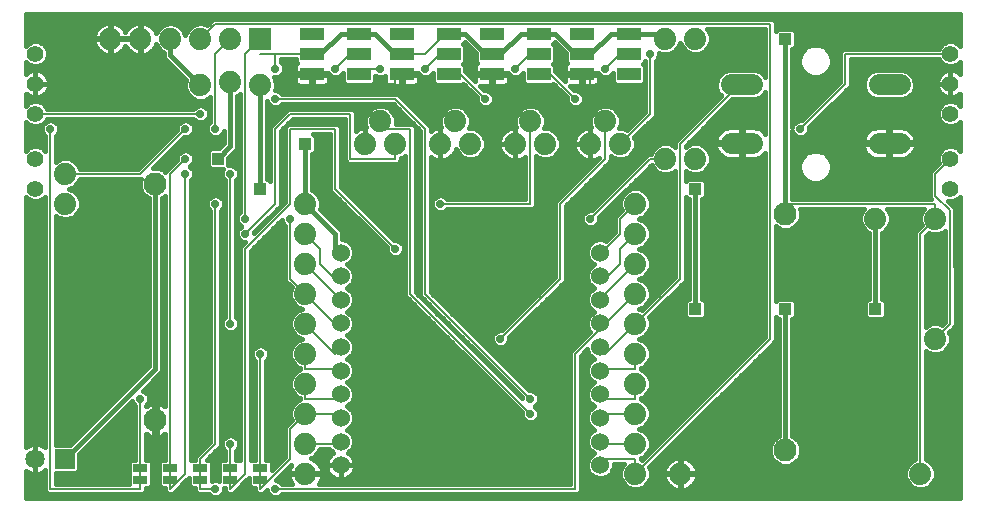
<source format=gtl>
G75*
%MOIN*%
%OFA0B0*%
%FSLAX24Y24*%
%IPPOS*%
%LPD*%
%AMOC8*
5,1,8,0,0,1.08239X$1,22.5*
%
%ADD10C,0.0600*%
%ADD11C,0.0768*%
%ADD12C,0.0740*%
%ADD13R,0.0787X0.0433*%
%ADD14C,0.0555*%
%ADD15R,0.0650X0.0650*%
%ADD16C,0.0650*%
%ADD17C,0.0710*%
%ADD18C,0.0080*%
%ADD19R,0.0500X0.0250*%
%ADD20R,0.0740X0.0740*%
%ADD21C,0.0060*%
%ADD22C,0.0290*%
%ADD23C,0.0280*%
%ADD24C,0.0160*%
%ADD25R,0.0396X0.0396*%
D10*
X011294Y003388D03*
X011294Y004175D03*
X011294Y004963D03*
X011294Y005750D03*
X011294Y006538D03*
X011294Y007325D03*
X011294Y008112D03*
X011294Y008900D03*
X011294Y009687D03*
X011294Y010475D03*
X019956Y010475D03*
X019956Y009687D03*
X019956Y008900D03*
X019956Y008112D03*
X019956Y007325D03*
X019956Y006538D03*
X019956Y005750D03*
X019956Y004963D03*
X019956Y004175D03*
X019956Y003388D03*
D11*
X026125Y003892D03*
X026125Y011766D03*
X005125Y012766D03*
X005125Y004892D03*
D12*
X010125Y005101D03*
X010125Y006101D03*
X010125Y007101D03*
X010125Y008101D03*
X010125Y009101D03*
X010125Y010101D03*
X010125Y011101D03*
X010125Y012101D03*
X012125Y014101D03*
X013125Y014101D03*
X012625Y014851D03*
X014625Y014101D03*
X015625Y014101D03*
X015125Y014851D03*
X017125Y014101D03*
X018125Y014101D03*
X017625Y014851D03*
X019625Y014101D03*
X020625Y014101D03*
X020125Y014851D03*
X022125Y013601D03*
X023125Y013601D03*
X021125Y012101D03*
X021125Y011101D03*
X021125Y010101D03*
X021125Y009101D03*
X021125Y008101D03*
X021125Y007101D03*
X021125Y006101D03*
X021125Y005101D03*
X021125Y004101D03*
X021125Y003101D03*
X022625Y003101D03*
X030625Y003101D03*
X031125Y007601D03*
X031125Y011601D03*
X029125Y011601D03*
X023125Y017601D03*
X022125Y017601D03*
X008625Y016051D03*
X007625Y016151D03*
X006625Y016051D03*
X006625Y017601D03*
X005625Y017601D03*
X004625Y017601D03*
X003625Y017601D03*
X007625Y017601D03*
X002125Y013101D03*
X002125Y012101D03*
X010125Y004101D03*
X010125Y003101D03*
D13*
X010338Y016431D03*
X010338Y017101D03*
X010338Y017770D03*
X011912Y017770D03*
X011912Y017101D03*
X011912Y016431D03*
X013338Y016431D03*
X013338Y017101D03*
X013338Y017770D03*
X014912Y017770D03*
X014912Y017101D03*
X014912Y016431D03*
X016338Y016431D03*
X016338Y017101D03*
X016338Y017770D03*
X017912Y017770D03*
X017912Y017101D03*
X017912Y016431D03*
X019338Y016431D03*
X019338Y017101D03*
X019338Y017770D03*
X020912Y017770D03*
X020912Y017101D03*
X020912Y016431D03*
D14*
X031625Y016101D03*
X031625Y017101D03*
X031625Y015101D03*
X031625Y013601D03*
X031625Y012601D03*
X001125Y012601D03*
X001125Y013601D03*
X001125Y015101D03*
X001125Y016101D03*
X001125Y017101D03*
D15*
X002125Y003601D03*
D16*
X001125Y003601D03*
D17*
X024310Y014121D02*
X025020Y014121D01*
X025020Y016081D02*
X024310Y016081D01*
X029230Y016081D02*
X029940Y016081D01*
X029940Y014121D02*
X029230Y014121D01*
D18*
X008625Y003251D02*
X008625Y002951D01*
X007625Y002951D02*
X007625Y003251D01*
X006625Y003251D02*
X006625Y002951D01*
X005625Y002951D02*
X005625Y003251D01*
X004625Y003251D02*
X004625Y002951D01*
D19*
X004625Y002901D03*
X004625Y003301D03*
X005625Y003301D03*
X005625Y002901D03*
X006625Y002901D03*
X006625Y003301D03*
X007625Y003301D03*
X007625Y002901D03*
X008625Y002901D03*
X008625Y003301D03*
D20*
X008625Y017601D03*
D21*
X008125Y017101D01*
X008125Y011601D01*
X008125Y011101D02*
X009125Y012101D01*
X009125Y014601D01*
X009625Y015101D01*
X011625Y015101D01*
X011625Y013601D01*
X013125Y013601D01*
X013125Y014101D01*
X012625Y014601D02*
X012625Y014851D01*
X012625Y014601D02*
X013625Y014601D01*
X013625Y009101D01*
X017625Y005101D01*
X017625Y005601D02*
X014125Y009101D01*
X014125Y014601D01*
X013125Y015601D01*
X009125Y015601D01*
X009625Y014601D02*
X011125Y014601D01*
X011125Y012601D01*
X013125Y010601D01*
X011294Y009687D02*
X011125Y009601D01*
X010625Y010101D01*
X010625Y010601D01*
X010125Y011101D01*
X009625Y011601D02*
X009625Y009601D01*
X010125Y009101D01*
X011125Y008101D01*
X011294Y008112D01*
X011125Y007101D02*
X010125Y008101D01*
X011125Y009101D02*
X011294Y008900D01*
X011125Y009101D02*
X010125Y010101D01*
X009625Y012101D02*
X008125Y010601D01*
X008125Y003101D01*
X007625Y002601D01*
X007625Y002901D01*
X007625Y003301D02*
X007625Y004101D01*
X007125Y004101D02*
X007125Y012101D01*
X007625Y013101D02*
X007625Y008101D01*
X008625Y007101D02*
X008625Y003301D01*
X008625Y002901D02*
X008625Y002601D01*
X009625Y003601D01*
X009625Y004601D01*
X010125Y005101D01*
X011125Y005101D01*
X011294Y004963D01*
X011125Y005601D02*
X010125Y005601D01*
X010125Y006101D01*
X010125Y006601D02*
X010125Y007101D01*
X010125Y006601D02*
X011125Y006601D01*
X011294Y006538D01*
X011125Y007101D02*
X011294Y007325D01*
X011294Y005750D02*
X011125Y005601D01*
X011294Y004175D02*
X011125Y004101D01*
X010125Y004101D01*
X009125Y002601D02*
X019125Y002601D01*
X019125Y007101D01*
X020125Y008101D01*
X019956Y008112D01*
X020125Y008101D02*
X021125Y009101D01*
X020125Y009101D02*
X021125Y010101D01*
X020625Y010101D02*
X020625Y010601D01*
X021125Y011101D01*
X020625Y011101D02*
X020625Y011601D01*
X021125Y012101D01*
X021625Y013601D02*
X019625Y011601D01*
X018625Y012101D02*
X020125Y013601D01*
X020125Y014851D01*
X019625Y014101D02*
X019625Y016601D01*
X019338Y016431D01*
X020125Y016601D02*
X020625Y017101D01*
X020912Y017101D01*
X021625Y017101D02*
X021625Y015101D01*
X020625Y014101D01*
X021625Y013601D02*
X022125Y013601D01*
X022625Y014101D02*
X022625Y009601D01*
X021125Y008101D01*
X020125Y007101D01*
X019956Y007325D01*
X020125Y006601D02*
X019956Y006538D01*
X020125Y006601D02*
X021125Y006601D01*
X021125Y007101D01*
X021125Y006101D02*
X021125Y005601D01*
X020125Y005601D01*
X019956Y005750D01*
X020125Y005101D02*
X019956Y004963D01*
X020125Y005101D02*
X021125Y005101D01*
X020125Y004101D02*
X019956Y004175D01*
X020125Y004101D02*
X021125Y004101D01*
X021125Y003601D02*
X021125Y003101D01*
X025625Y007601D01*
X025625Y018101D01*
X007125Y018101D01*
X006625Y017601D01*
X007125Y017101D02*
X007625Y017601D01*
X007125Y017101D02*
X007125Y014601D01*
X006625Y015101D02*
X001125Y015101D01*
X001625Y014601D02*
X001625Y002601D01*
X004625Y002601D01*
X004625Y002901D01*
X004625Y003301D02*
X004625Y005601D01*
X006625Y003601D02*
X007125Y004101D01*
X006625Y003601D02*
X006625Y003301D01*
X006125Y003101D02*
X006125Y013101D01*
X006125Y013601D02*
X005625Y013101D01*
X005625Y003301D01*
X005625Y002901D02*
X005625Y002601D01*
X006125Y003101D01*
X006625Y002901D02*
X006625Y002601D01*
X007125Y002601D01*
X016625Y007601D02*
X018625Y009601D01*
X018625Y012101D01*
X017625Y012101D02*
X017625Y014851D01*
X017125Y014101D02*
X017125Y016101D01*
X016625Y016601D01*
X016338Y016431D01*
X017125Y016601D02*
X017625Y017101D01*
X017912Y017101D01*
X018125Y016601D02*
X017912Y016431D01*
X018125Y016601D02*
X019125Y015601D01*
X019125Y017101D02*
X019338Y017101D01*
X019625Y017101D01*
X016625Y017101D02*
X016338Y017101D01*
X016125Y017101D01*
X015125Y016601D02*
X014912Y016431D01*
X015125Y016601D02*
X016125Y015601D01*
X014625Y014601D02*
X014625Y014101D01*
X014625Y014601D02*
X013125Y016101D01*
X013125Y016601D01*
X013338Y016431D01*
X013125Y016101D02*
X011125Y016101D01*
X010625Y016601D01*
X010338Y016431D01*
X011125Y016601D02*
X011625Y017101D01*
X011912Y017101D01*
X012125Y016601D02*
X011912Y016431D01*
X012125Y016601D02*
X012625Y016601D01*
X013125Y017101D02*
X013338Y017101D01*
X014125Y017101D01*
X014625Y017601D01*
X014912Y017770D01*
X014912Y017101D02*
X014625Y017101D01*
X014125Y016601D01*
X010625Y017101D02*
X010338Y017101D01*
X009125Y017101D01*
X009125Y016601D01*
X009125Y017101D02*
X008625Y017101D01*
X009625Y014601D02*
X009625Y012101D01*
X006125Y014601D02*
X004625Y013101D01*
X002125Y013101D01*
X014625Y012101D02*
X017625Y012101D01*
X019956Y010475D02*
X020125Y010601D01*
X020625Y011101D01*
X020625Y010101D02*
X020125Y009601D01*
X019956Y009687D01*
X020125Y009101D02*
X019956Y008900D01*
X026125Y012101D02*
X031125Y012101D01*
X031125Y011601D01*
X030625Y011101D01*
X030625Y003101D01*
X031125Y007601D02*
X031625Y008101D01*
X031622Y011877D01*
X031125Y012363D01*
X031125Y013101D01*
X031625Y013601D01*
X028125Y016101D02*
X026625Y014601D01*
X028125Y016101D02*
X028125Y017101D01*
X031625Y017101D01*
X024665Y016081D02*
X024625Y016101D01*
X022625Y014101D01*
X021125Y003601D02*
X020125Y003601D01*
X019956Y003388D01*
D22*
X017625Y005101D03*
X017625Y005601D03*
X016625Y007601D03*
X013125Y010601D03*
X014625Y012101D03*
X019625Y011601D03*
X019125Y015601D03*
X020125Y016601D03*
X021625Y017101D03*
X017125Y016601D03*
X016125Y015601D03*
X014125Y016601D03*
X012625Y016601D03*
X011125Y016601D03*
X009125Y016601D03*
X009125Y015601D03*
X007125Y014601D03*
X006625Y015101D03*
X006125Y014601D03*
X006125Y013601D03*
X006125Y013101D03*
X007625Y013101D03*
X007125Y012101D03*
X008125Y011601D03*
X008125Y011101D03*
X009625Y011601D03*
X007625Y008101D03*
X008625Y007101D03*
X004625Y005601D03*
X007625Y004101D03*
X007125Y002601D03*
X009125Y002601D03*
X001625Y014601D03*
X026625Y014601D03*
D23*
X024087Y017093D03*
X027510Y017997D03*
X030766Y018039D03*
X018478Y015243D03*
X016735Y015264D03*
X009573Y016168D03*
X005099Y016189D03*
X003272Y016294D03*
X001969Y018102D03*
X008649Y008472D03*
X002410Y007315D03*
X003124Y003236D03*
X013648Y002879D03*
X016882Y003194D03*
X018731Y004939D03*
X028918Y002963D03*
X031711Y005591D03*
X031144Y009986D03*
D24*
X000805Y003209D02*
X000805Y002281D01*
X031945Y002281D01*
X031945Y012330D01*
X031861Y012247D01*
X031708Y012183D01*
X031552Y012183D01*
X031691Y012047D01*
X031692Y012047D01*
X031741Y011998D01*
X031791Y011949D01*
X031791Y011948D01*
X031792Y011947D01*
X031792Y011878D01*
X031792Y011808D01*
X031792Y011807D01*
X031795Y008171D01*
X031795Y008171D01*
X031795Y008100D01*
X031795Y008030D01*
X031795Y008030D01*
X031745Y007981D01*
X031696Y007931D01*
X031695Y007931D01*
X031586Y007821D01*
X031635Y007702D01*
X031635Y007499D01*
X031557Y007312D01*
X031414Y007168D01*
X031226Y007091D01*
X031024Y007091D01*
X030836Y007168D01*
X030795Y007209D01*
X030795Y003582D01*
X030914Y003533D01*
X031057Y003390D01*
X031135Y003202D01*
X031135Y002999D01*
X031057Y002812D01*
X030914Y002668D01*
X030726Y002591D01*
X030524Y002591D01*
X030336Y002668D01*
X030193Y002812D01*
X030115Y002999D01*
X030115Y003202D01*
X030193Y003390D01*
X030336Y003533D01*
X030455Y003582D01*
X030455Y011171D01*
X030664Y011380D01*
X030615Y011499D01*
X030615Y011702D01*
X030693Y011890D01*
X030734Y011931D01*
X029516Y011931D01*
X029557Y011890D01*
X029635Y011702D01*
X029635Y011499D01*
X029557Y011312D01*
X029414Y011168D01*
X029345Y011140D01*
X029345Y008939D01*
X029381Y008939D01*
X029463Y008857D01*
X029463Y008345D01*
X029381Y008263D01*
X028869Y008263D01*
X028787Y008345D01*
X028787Y008857D01*
X028869Y008939D01*
X028905Y008939D01*
X028905Y011140D01*
X028836Y011168D01*
X028693Y011312D01*
X028615Y011499D01*
X028615Y011702D01*
X028693Y011890D01*
X028734Y011931D01*
X026624Y011931D01*
X026649Y011870D01*
X026649Y011662D01*
X026569Y011469D01*
X026422Y011322D01*
X026229Y011242D01*
X026021Y011242D01*
X025828Y011322D01*
X025795Y011355D01*
X025795Y008865D01*
X025869Y008939D01*
X026381Y008939D01*
X026463Y008857D01*
X026463Y008345D01*
X026381Y008263D01*
X026345Y008263D01*
X026345Y004368D01*
X026422Y004336D01*
X026569Y004189D01*
X026649Y003996D01*
X026649Y003788D01*
X026569Y003595D01*
X026422Y003448D01*
X026229Y003368D01*
X026021Y003368D01*
X025828Y003448D01*
X025681Y003595D01*
X025601Y003788D01*
X025601Y003996D01*
X025681Y004189D01*
X025828Y004336D01*
X025905Y004368D01*
X025905Y008263D01*
X025869Y008263D01*
X025795Y008336D01*
X025795Y007530D01*
X021586Y003321D01*
X021635Y003202D01*
X021635Y002999D01*
X021557Y002812D01*
X021414Y002668D01*
X021226Y002591D01*
X021024Y002591D01*
X020836Y002668D01*
X020693Y002812D01*
X020615Y002999D01*
X020615Y003202D01*
X020693Y003390D01*
X020734Y003431D01*
X020396Y003431D01*
X020396Y003301D01*
X020329Y003139D01*
X020205Y003015D01*
X020043Y002948D01*
X019868Y002948D01*
X019706Y003015D01*
X019583Y003139D01*
X019516Y003301D01*
X019516Y003476D01*
X019583Y003637D01*
X019706Y003761D01*
X019756Y003782D01*
X019706Y003802D01*
X019583Y003926D01*
X019516Y004088D01*
X019516Y004263D01*
X019583Y004425D01*
X019706Y004548D01*
X019756Y004569D01*
X019706Y004590D01*
X019583Y004714D01*
X019516Y004875D01*
X019516Y005050D01*
X019583Y005212D01*
X019706Y005336D01*
X019756Y005357D01*
X019706Y005377D01*
X019583Y005501D01*
X019516Y005663D01*
X019516Y005838D01*
X019583Y005999D01*
X019706Y006123D01*
X019756Y006144D01*
X019706Y006165D01*
X019583Y006288D01*
X019516Y006450D01*
X019516Y006625D01*
X019583Y006787D01*
X019706Y006911D01*
X019756Y006931D01*
X019706Y006952D01*
X019583Y007076D01*
X019516Y007238D01*
X019516Y007251D01*
X019295Y007030D01*
X019295Y002530D01*
X019195Y002431D01*
X009358Y002431D01*
X009286Y002359D01*
X009182Y002316D01*
X009068Y002316D01*
X008964Y002359D01*
X008883Y002439D01*
X008840Y002544D01*
X008840Y002575D01*
X008795Y002530D01*
X008795Y002530D01*
X008695Y002431D01*
X008555Y002431D01*
X008455Y002530D01*
X008455Y002636D01*
X008317Y002636D01*
X008235Y002718D01*
X008235Y002970D01*
X008195Y002931D01*
X008015Y002750D01*
X008015Y002718D01*
X007933Y002636D01*
X007900Y002636D01*
X007695Y002431D01*
X007555Y002431D01*
X007455Y002530D01*
X007455Y002636D01*
X007410Y002636D01*
X007410Y002544D01*
X007367Y002439D01*
X007286Y002359D01*
X007182Y002316D01*
X007068Y002316D01*
X006964Y002359D01*
X006892Y002431D01*
X006555Y002431D01*
X006455Y002530D01*
X006455Y002636D01*
X006317Y002636D01*
X006235Y002718D01*
X006235Y002970D01*
X006195Y002931D01*
X006015Y002750D01*
X006015Y002718D01*
X005933Y002636D01*
X005900Y002636D01*
X005695Y002431D01*
X005555Y002431D01*
X005455Y002530D01*
X005455Y002636D01*
X005317Y002636D01*
X005235Y002718D01*
X005235Y003084D01*
X005252Y003101D01*
X005235Y003118D01*
X005235Y003484D01*
X005317Y003566D01*
X005455Y003566D01*
X005455Y004435D01*
X005421Y004410D01*
X005341Y004369D01*
X005257Y004342D01*
X005173Y004329D01*
X005173Y004844D01*
X005077Y004844D01*
X005077Y004329D01*
X004993Y004342D01*
X004909Y004369D01*
X004829Y004410D01*
X004795Y004435D01*
X004795Y003566D01*
X004933Y003566D01*
X005015Y003484D01*
X005015Y003118D01*
X004998Y003101D01*
X005015Y003084D01*
X005015Y002718D01*
X004933Y002636D01*
X004795Y002636D01*
X004795Y002530D01*
X004695Y002431D01*
X001555Y002431D01*
X001455Y002530D01*
X001455Y003216D01*
X001454Y003215D01*
X001390Y003169D01*
X001319Y003133D01*
X001243Y003108D01*
X001165Y003096D01*
X001125Y003096D01*
X001125Y003601D01*
X001125Y004106D01*
X001125Y003601D01*
X001125Y003601D01*
X001125Y003601D01*
X001125Y003096D01*
X001085Y003096D01*
X001007Y003108D01*
X000931Y003133D01*
X000860Y003169D01*
X000805Y003209D01*
X000805Y003052D02*
X001455Y003052D01*
X001447Y003210D02*
X001455Y003210D01*
X001125Y003210D02*
X001125Y003210D01*
X001125Y003369D02*
X001125Y003369D01*
X001125Y003527D02*
X001125Y003527D01*
X001125Y003686D02*
X001125Y003686D01*
X001125Y003844D02*
X001125Y003844D01*
X001125Y004003D02*
X001125Y004003D01*
X001125Y004106D02*
X001085Y004106D01*
X001007Y004093D01*
X000931Y004069D01*
X000860Y004033D01*
X000805Y003992D01*
X000805Y012330D01*
X000889Y012247D01*
X001042Y012183D01*
X001208Y012183D01*
X001361Y012247D01*
X001455Y012340D01*
X001455Y003985D01*
X001454Y003986D01*
X001390Y004033D01*
X001319Y004069D01*
X001243Y004093D01*
X001165Y004106D01*
X001125Y004106D01*
X000819Y004003D02*
X000805Y004003D01*
X000805Y004161D02*
X001455Y004161D01*
X001455Y004003D02*
X001431Y004003D01*
X001455Y004320D02*
X000805Y004320D01*
X000805Y004478D02*
X001455Y004478D01*
X001455Y004637D02*
X000805Y004637D01*
X000805Y004795D02*
X001455Y004795D01*
X001455Y004954D02*
X000805Y004954D01*
X000805Y005112D02*
X001455Y005112D01*
X001455Y005271D02*
X000805Y005271D01*
X000805Y005429D02*
X001455Y005429D01*
X001455Y005588D02*
X000805Y005588D01*
X000805Y005746D02*
X001455Y005746D01*
X001455Y005905D02*
X000805Y005905D01*
X000805Y006063D02*
X001455Y006063D01*
X001455Y006222D02*
X000805Y006222D01*
X000805Y006380D02*
X001455Y006380D01*
X001455Y006539D02*
X000805Y006539D01*
X000805Y006697D02*
X001455Y006697D01*
X001455Y006856D02*
X000805Y006856D01*
X000805Y007014D02*
X001455Y007014D01*
X001455Y007173D02*
X000805Y007173D01*
X000805Y007331D02*
X001455Y007331D01*
X001455Y007490D02*
X000805Y007490D01*
X000805Y007648D02*
X001455Y007648D01*
X001455Y007807D02*
X000805Y007807D01*
X000805Y007965D02*
X001455Y007965D01*
X001455Y008124D02*
X000805Y008124D01*
X000805Y008282D02*
X001455Y008282D01*
X001455Y008441D02*
X000805Y008441D01*
X000805Y008599D02*
X001455Y008599D01*
X001455Y008758D02*
X000805Y008758D01*
X000805Y008916D02*
X001455Y008916D01*
X001455Y009075D02*
X000805Y009075D01*
X000805Y009233D02*
X001455Y009233D01*
X001455Y009392D02*
X000805Y009392D01*
X000805Y009550D02*
X001455Y009550D01*
X001455Y009709D02*
X000805Y009709D01*
X000805Y009867D02*
X001455Y009867D01*
X001455Y010026D02*
X000805Y010026D01*
X000805Y010184D02*
X001455Y010184D01*
X001455Y010343D02*
X000805Y010343D01*
X000805Y010501D02*
X001455Y010501D01*
X001455Y010660D02*
X000805Y010660D01*
X000805Y010818D02*
X001455Y010818D01*
X001455Y010977D02*
X000805Y010977D01*
X000805Y011135D02*
X001455Y011135D01*
X001455Y011294D02*
X000805Y011294D01*
X000805Y011452D02*
X001455Y011452D01*
X001455Y011611D02*
X000805Y011611D01*
X000805Y011769D02*
X001455Y011769D01*
X001455Y011928D02*
X000805Y011928D01*
X000805Y012086D02*
X001455Y012086D01*
X001455Y012245D02*
X001357Y012245D01*
X000893Y012245D02*
X000805Y012245D01*
X001795Y011709D02*
X001836Y011668D01*
X002024Y011591D01*
X002226Y011591D01*
X002414Y011668D01*
X002557Y011812D01*
X002635Y011999D01*
X002635Y012202D01*
X002557Y012390D01*
X002414Y012533D01*
X002251Y012601D01*
X002414Y012668D01*
X002557Y012812D01*
X002607Y012931D01*
X004626Y012931D01*
X004601Y012870D01*
X004601Y012662D01*
X004681Y012469D01*
X004828Y012322D01*
X004905Y012290D01*
X004905Y006692D01*
X002279Y004066D01*
X001795Y004066D01*
X001795Y011709D01*
X001795Y011611D02*
X001975Y011611D01*
X001795Y011452D02*
X004905Y011452D01*
X004905Y011294D02*
X001795Y011294D01*
X001795Y011135D02*
X004905Y011135D01*
X004905Y010977D02*
X001795Y010977D01*
X001795Y010818D02*
X004905Y010818D01*
X004905Y010660D02*
X001795Y010660D01*
X001795Y010501D02*
X004905Y010501D01*
X004905Y010343D02*
X001795Y010343D01*
X001795Y010184D02*
X004905Y010184D01*
X004905Y010026D02*
X001795Y010026D01*
X001795Y009867D02*
X004905Y009867D01*
X004905Y009709D02*
X001795Y009709D01*
X001795Y009550D02*
X004905Y009550D01*
X004905Y009392D02*
X001795Y009392D01*
X001795Y009233D02*
X004905Y009233D01*
X004905Y009075D02*
X001795Y009075D01*
X001795Y008916D02*
X004905Y008916D01*
X004905Y008758D02*
X001795Y008758D01*
X001795Y008599D02*
X004905Y008599D01*
X004905Y008441D02*
X001795Y008441D01*
X001795Y008282D02*
X004905Y008282D01*
X004905Y008124D02*
X001795Y008124D01*
X001795Y007965D02*
X004905Y007965D01*
X004905Y007807D02*
X001795Y007807D01*
X001795Y007648D02*
X004905Y007648D01*
X004905Y007490D02*
X001795Y007490D01*
X001795Y007331D02*
X004905Y007331D01*
X004905Y007173D02*
X001795Y007173D01*
X001795Y007014D02*
X004905Y007014D01*
X004905Y006856D02*
X001795Y006856D01*
X001795Y006697D02*
X004905Y006697D01*
X004752Y006539D02*
X001795Y006539D01*
X001795Y006380D02*
X004593Y006380D01*
X004435Y006222D02*
X001795Y006222D01*
X001795Y006063D02*
X004276Y006063D01*
X004118Y005905D02*
X001795Y005905D01*
X001795Y005746D02*
X003959Y005746D01*
X003801Y005588D02*
X001795Y005588D01*
X001795Y005429D02*
X003642Y005429D01*
X003484Y005271D02*
X001795Y005271D01*
X001795Y005112D02*
X003325Y005112D01*
X003167Y004954D02*
X001795Y004954D01*
X001795Y004795D02*
X003008Y004795D01*
X002850Y004637D02*
X001795Y004637D01*
X001795Y004478D02*
X002691Y004478D01*
X002533Y004320D02*
X001795Y004320D01*
X001795Y004161D02*
X002374Y004161D01*
X002838Y004003D02*
X004455Y004003D01*
X004455Y004161D02*
X002997Y004161D01*
X003155Y004320D02*
X004455Y004320D01*
X004455Y004478D02*
X003314Y004478D01*
X003472Y004637D02*
X004455Y004637D01*
X004455Y004795D02*
X003631Y004795D01*
X003789Y004954D02*
X004455Y004954D01*
X004455Y005112D02*
X003948Y005112D01*
X004106Y005271D02*
X004455Y005271D01*
X004455Y005368D02*
X004455Y003566D01*
X004317Y003566D01*
X004235Y003484D01*
X004235Y003118D01*
X004252Y003101D01*
X004235Y003084D01*
X004235Y002771D01*
X001795Y002771D01*
X001795Y003136D01*
X002508Y003136D01*
X002590Y003218D01*
X002590Y003755D01*
X004352Y005516D01*
X004383Y005439D01*
X004455Y005368D01*
X004393Y005429D02*
X004265Y005429D01*
X004795Y005368D02*
X004867Y005439D01*
X004910Y005544D01*
X004910Y005657D01*
X004867Y005762D01*
X004786Y005842D01*
X004710Y005874D01*
X005345Y006510D01*
X005345Y006692D01*
X005345Y012290D01*
X005422Y012322D01*
X005455Y012355D01*
X005455Y005349D01*
X005421Y005374D01*
X005341Y005415D01*
X005257Y005442D01*
X005173Y005455D01*
X005173Y004940D01*
X005077Y004940D01*
X005077Y005455D01*
X004993Y005442D01*
X004909Y005415D01*
X004829Y005374D01*
X004795Y005349D01*
X004795Y005368D01*
X004857Y005429D02*
X004954Y005429D01*
X005077Y005429D02*
X005173Y005429D01*
X005296Y005429D02*
X005455Y005429D01*
X005455Y005588D02*
X004910Y005588D01*
X004873Y005746D02*
X005455Y005746D01*
X005455Y005905D02*
X004740Y005905D01*
X004899Y006063D02*
X005455Y006063D01*
X005455Y006222D02*
X005057Y006222D01*
X005216Y006380D02*
X005455Y006380D01*
X005455Y006539D02*
X005345Y006539D01*
X005345Y006697D02*
X005455Y006697D01*
X005455Y006856D02*
X005345Y006856D01*
X005345Y007014D02*
X005455Y007014D01*
X005455Y007173D02*
X005345Y007173D01*
X005345Y007331D02*
X005455Y007331D01*
X005455Y007490D02*
X005345Y007490D01*
X005345Y007648D02*
X005455Y007648D01*
X005455Y007807D02*
X005345Y007807D01*
X005345Y007965D02*
X005455Y007965D01*
X005455Y008124D02*
X005345Y008124D01*
X005345Y008282D02*
X005455Y008282D01*
X005455Y008441D02*
X005345Y008441D01*
X005345Y008599D02*
X005455Y008599D01*
X005455Y008758D02*
X005345Y008758D01*
X005345Y008916D02*
X005455Y008916D01*
X005455Y009075D02*
X005345Y009075D01*
X005345Y009233D02*
X005455Y009233D01*
X005455Y009392D02*
X005345Y009392D01*
X005345Y009550D02*
X005455Y009550D01*
X005455Y009709D02*
X005345Y009709D01*
X005345Y009867D02*
X005455Y009867D01*
X005455Y010026D02*
X005345Y010026D01*
X005345Y010184D02*
X005455Y010184D01*
X005455Y010343D02*
X005345Y010343D01*
X005345Y010501D02*
X005455Y010501D01*
X005455Y010660D02*
X005345Y010660D01*
X005345Y010818D02*
X005455Y010818D01*
X005455Y010977D02*
X005345Y010977D01*
X005345Y011135D02*
X005455Y011135D01*
X005455Y011294D02*
X005345Y011294D01*
X005345Y011452D02*
X005455Y011452D01*
X005455Y011611D02*
X005345Y011611D01*
X005345Y011769D02*
X005455Y011769D01*
X005455Y011928D02*
X005345Y011928D01*
X005345Y012086D02*
X005455Y012086D01*
X005455Y012245D02*
X005345Y012245D01*
X004905Y012245D02*
X002617Y012245D01*
X002635Y012086D02*
X004905Y012086D01*
X004905Y011928D02*
X002605Y011928D01*
X002515Y011769D02*
X004905Y011769D01*
X004905Y011611D02*
X002275Y011611D01*
X002544Y012403D02*
X004747Y012403D01*
X004643Y012562D02*
X002345Y012562D01*
X002466Y012720D02*
X004601Y012720D01*
X004605Y012879D02*
X002585Y012879D01*
X002607Y013271D02*
X002557Y013390D01*
X002414Y013533D01*
X002226Y013611D01*
X002024Y013611D01*
X001836Y013533D01*
X001795Y013492D01*
X001795Y014368D01*
X001867Y014439D01*
X001910Y014544D01*
X001910Y014657D01*
X001867Y014762D01*
X001786Y014842D01*
X001682Y014886D01*
X001568Y014886D01*
X001464Y014842D01*
X001383Y014762D01*
X001340Y014657D01*
X001340Y014544D01*
X001383Y014439D01*
X001455Y014368D01*
X001455Y013861D01*
X001361Y013955D01*
X001208Y014018D01*
X001042Y014018D01*
X000889Y013955D01*
X000805Y013871D01*
X000805Y014830D01*
X000889Y014747D01*
X001042Y014683D01*
X001208Y014683D01*
X001361Y014747D01*
X001479Y014864D01*
X001506Y014931D01*
X006392Y014931D01*
X006464Y014859D01*
X006568Y014816D01*
X006682Y014816D01*
X006786Y014859D01*
X006867Y014939D01*
X006910Y015044D01*
X006910Y015157D01*
X006867Y015262D01*
X006786Y015342D01*
X006682Y015386D01*
X006568Y015386D01*
X006464Y015342D01*
X006392Y015271D01*
X001506Y015271D01*
X001479Y015337D01*
X001361Y015455D01*
X001208Y015518D01*
X001042Y015518D01*
X000889Y015455D01*
X000805Y015371D01*
X000805Y015774D01*
X000827Y015752D01*
X000885Y015709D01*
X000949Y015677D01*
X001018Y015654D01*
X001089Y015643D01*
X001125Y015643D01*
X001161Y015643D01*
X001232Y015654D01*
X001301Y015677D01*
X001365Y015709D01*
X001423Y015752D01*
X001474Y015803D01*
X001516Y015861D01*
X001549Y015925D01*
X001571Y015994D01*
X001582Y016065D01*
X001582Y016101D01*
X001582Y016137D01*
X001571Y016208D01*
X001549Y016276D01*
X001516Y016340D01*
X001474Y016399D01*
X001423Y016450D01*
X001365Y016492D01*
X001301Y016525D01*
X001232Y016547D01*
X001161Y016558D01*
X001125Y016558D01*
X001125Y016101D01*
X001125Y016558D01*
X001089Y016558D01*
X001018Y016547D01*
X000949Y016525D01*
X000885Y016492D01*
X000827Y016450D01*
X000805Y016428D01*
X000805Y016830D01*
X000889Y016747D01*
X001042Y016683D01*
X001208Y016683D01*
X001361Y016747D01*
X001479Y016864D01*
X001542Y017018D01*
X001542Y017184D01*
X001479Y017337D01*
X001361Y017455D01*
X001208Y017518D01*
X001042Y017518D01*
X000889Y017455D01*
X000805Y017371D01*
X000805Y018421D01*
X031945Y018421D01*
X031945Y017371D01*
X031861Y017455D01*
X031708Y017518D01*
X031542Y017518D01*
X031389Y017455D01*
X031271Y017337D01*
X031244Y017271D01*
X028055Y017271D01*
X027955Y017171D01*
X027955Y016171D01*
X026670Y014886D01*
X026568Y014886D01*
X026464Y014842D01*
X026383Y014762D01*
X026345Y014669D01*
X026345Y017263D01*
X026381Y017263D01*
X026463Y017345D01*
X026463Y017857D01*
X026381Y017939D01*
X025869Y017939D01*
X025795Y017865D01*
X025795Y018171D01*
X025695Y018271D01*
X007055Y018271D01*
X006955Y018171D01*
X006845Y018061D01*
X006726Y018111D01*
X006524Y018111D01*
X006336Y018033D01*
X006193Y017890D01*
X006125Y017726D01*
X006057Y017890D01*
X005914Y018033D01*
X005726Y018111D01*
X005524Y018111D01*
X005336Y018033D01*
X005193Y017890D01*
X005146Y017777D01*
X005135Y017812D01*
X005095Y017889D01*
X005045Y017959D01*
X004983Y018020D01*
X004913Y018071D01*
X004836Y018110D01*
X004754Y018137D01*
X004668Y018151D01*
X004645Y018151D01*
X004645Y017621D01*
X004605Y017621D01*
X004605Y018151D01*
X004582Y018151D01*
X004496Y018137D01*
X004414Y018110D01*
X004337Y018071D01*
X004267Y018020D01*
X004205Y017959D01*
X004155Y017889D01*
X004125Y017831D01*
X004095Y017889D01*
X004045Y017959D01*
X003983Y018020D01*
X003913Y018071D01*
X003836Y018110D01*
X003754Y018137D01*
X003668Y018151D01*
X003645Y018151D01*
X003645Y017621D01*
X003605Y017621D01*
X003605Y018151D01*
X003582Y018151D01*
X003496Y018137D01*
X003414Y018110D01*
X003337Y018071D01*
X003267Y018020D01*
X003205Y017959D01*
X003155Y017889D01*
X003115Y017812D01*
X003089Y017729D01*
X003075Y017644D01*
X003075Y017621D01*
X003605Y017621D01*
X003605Y017581D01*
X003075Y017581D01*
X003075Y017557D01*
X003089Y017472D01*
X003115Y017390D01*
X003155Y017312D01*
X003205Y017242D01*
X003267Y017181D01*
X003337Y017130D01*
X003414Y017091D01*
X003496Y017064D01*
X003582Y017051D01*
X003605Y017051D01*
X003605Y017581D01*
X003645Y017581D01*
X003645Y017621D01*
X004175Y017621D01*
X004605Y017621D01*
X004605Y017581D01*
X003645Y017581D01*
X003645Y017051D01*
X003668Y017051D01*
X003754Y017064D01*
X003836Y017091D01*
X003913Y017130D01*
X003983Y017181D01*
X004045Y017242D01*
X004095Y017312D01*
X004125Y017370D01*
X004155Y017312D01*
X004205Y017242D01*
X004267Y017181D01*
X004337Y017130D01*
X004414Y017091D01*
X004496Y017064D01*
X004582Y017051D01*
X004605Y017051D01*
X004605Y017581D01*
X004645Y017581D01*
X004645Y017051D01*
X004668Y017051D01*
X004754Y017064D01*
X004836Y017091D01*
X004913Y017130D01*
X004983Y017181D01*
X005045Y017242D01*
X005095Y017312D01*
X005135Y017390D01*
X005146Y017424D01*
X005193Y017312D01*
X005336Y017168D01*
X005405Y017140D01*
X005405Y016960D01*
X006144Y016221D01*
X006115Y016152D01*
X006115Y015949D01*
X006193Y015762D01*
X006336Y015618D01*
X006524Y015541D01*
X006726Y015541D01*
X006914Y015618D01*
X006955Y015659D01*
X006955Y014834D01*
X006883Y014762D01*
X006840Y014657D01*
X006840Y014544D01*
X006883Y014439D01*
X006964Y014359D01*
X007068Y014316D01*
X007182Y014316D01*
X007286Y014359D01*
X007367Y014439D01*
X007405Y014532D01*
X007405Y014111D01*
X007239Y013945D01*
X006956Y013945D01*
X006874Y013863D01*
X006874Y013350D01*
X006956Y013268D01*
X007390Y013268D01*
X007383Y013262D01*
X007340Y013157D01*
X007340Y013044D01*
X007383Y012939D01*
X007455Y012868D01*
X007455Y008334D01*
X007383Y008262D01*
X007340Y008157D01*
X007340Y008044D01*
X007383Y007939D01*
X007464Y007859D01*
X007568Y007816D01*
X007682Y007816D01*
X007786Y007859D01*
X007867Y007939D01*
X007910Y008044D01*
X007910Y008157D01*
X007867Y008262D01*
X007795Y008334D01*
X007795Y012868D01*
X007867Y012939D01*
X007910Y013044D01*
X007910Y013157D01*
X007867Y013262D01*
X007786Y013342D01*
X007682Y013386D01*
X007568Y013386D01*
X007550Y013378D01*
X007550Y013634D01*
X007716Y013800D01*
X007845Y013929D01*
X007845Y015690D01*
X007914Y015718D01*
X007955Y015759D01*
X007955Y011834D01*
X007883Y011762D01*
X007840Y011657D01*
X007840Y011544D01*
X007883Y011439D01*
X007964Y011359D01*
X007984Y011351D01*
X007964Y011342D01*
X007883Y011262D01*
X007840Y011157D01*
X007840Y011044D01*
X007883Y010939D01*
X007964Y010859D01*
X008068Y010816D01*
X008100Y010816D01*
X007955Y010671D01*
X007955Y003544D01*
X007933Y003566D01*
X007795Y003566D01*
X007795Y003868D01*
X007867Y003939D01*
X007910Y004044D01*
X007910Y004157D01*
X007867Y004262D01*
X007786Y004342D01*
X007682Y004386D01*
X007568Y004386D01*
X007464Y004342D01*
X007383Y004262D01*
X007340Y004157D01*
X007340Y004044D01*
X007383Y003939D01*
X007455Y003868D01*
X007455Y003566D01*
X007317Y003566D01*
X007235Y003484D01*
X007235Y003118D01*
X007252Y003101D01*
X007235Y003084D01*
X007235Y002864D01*
X007182Y002886D01*
X007068Y002886D01*
X007015Y002864D01*
X007015Y003084D01*
X006998Y003101D01*
X007015Y003118D01*
X007015Y003484D01*
X006933Y003566D01*
X006830Y003566D01*
X007195Y003931D01*
X007295Y004030D01*
X007295Y011868D01*
X007367Y011939D01*
X007410Y012044D01*
X007410Y012157D01*
X007367Y012262D01*
X007286Y012342D01*
X007182Y012386D01*
X007068Y012386D01*
X006964Y012342D01*
X006883Y012262D01*
X006840Y012157D01*
X006840Y012044D01*
X006883Y011939D01*
X006955Y011868D01*
X006955Y004171D01*
X006455Y003671D01*
X006455Y003566D01*
X006317Y003566D01*
X006295Y003544D01*
X006295Y012868D01*
X006367Y012939D01*
X006410Y013044D01*
X006410Y013157D01*
X006367Y013262D01*
X006286Y013342D01*
X006266Y013351D01*
X006286Y013359D01*
X006367Y013439D01*
X006410Y013544D01*
X006410Y013657D01*
X006367Y013762D01*
X006286Y013842D01*
X006182Y013886D01*
X006068Y013886D01*
X005964Y013842D01*
X005883Y013762D01*
X005840Y013657D01*
X005840Y013556D01*
X005458Y013174D01*
X005422Y013210D01*
X005229Y013290D01*
X005055Y013290D01*
X006080Y014316D01*
X006182Y014316D01*
X006286Y014359D01*
X006367Y014439D01*
X006410Y014544D01*
X006410Y014657D01*
X006367Y014762D01*
X006286Y014842D01*
X006182Y014886D01*
X006068Y014886D01*
X005964Y014842D01*
X005883Y014762D01*
X005840Y014657D01*
X005840Y014556D01*
X004555Y013271D01*
X002607Y013271D01*
X002572Y013354D02*
X004638Y013354D01*
X004797Y013513D02*
X002434Y013513D01*
X001816Y013513D02*
X001795Y013513D01*
X001795Y013671D02*
X004955Y013671D01*
X005114Y013830D02*
X001795Y013830D01*
X001795Y013988D02*
X005272Y013988D01*
X005431Y014147D02*
X001795Y014147D01*
X001795Y014305D02*
X005589Y014305D01*
X005748Y014464D02*
X001877Y014464D01*
X001910Y014622D02*
X005840Y014622D01*
X005902Y014781D02*
X001848Y014781D01*
X001402Y014781D02*
X001395Y014781D01*
X001340Y014622D02*
X000805Y014622D01*
X000805Y014464D02*
X001373Y014464D01*
X001455Y014305D02*
X000805Y014305D01*
X000805Y014147D02*
X001455Y014147D01*
X001455Y013988D02*
X001280Y013988D01*
X000970Y013988D02*
X000805Y013988D01*
X000805Y014781D02*
X000855Y014781D01*
X000849Y015415D02*
X000805Y015415D01*
X000805Y015573D02*
X006445Y015573D01*
X006223Y015732D02*
X001395Y015732D01*
X001531Y015890D02*
X006139Y015890D01*
X006115Y016049D02*
X001580Y016049D01*
X001582Y016101D02*
X001125Y016101D01*
X001125Y016101D01*
X001582Y016101D01*
X001571Y016207D02*
X006138Y016207D01*
X005999Y016366D02*
X001498Y016366D01*
X001301Y016524D02*
X005840Y016524D01*
X005682Y016683D02*
X000805Y016683D01*
X000805Y016524D02*
X000949Y016524D01*
X001125Y016524D02*
X001125Y016524D01*
X001125Y016366D02*
X001125Y016366D01*
X001125Y016207D02*
X001125Y016207D01*
X001125Y016101D02*
X001125Y016101D01*
X001125Y015643D01*
X001125Y016101D01*
X001125Y016101D01*
X001125Y016049D02*
X001125Y016049D01*
X001125Y015890D02*
X001125Y015890D01*
X001125Y015732D02*
X001125Y015732D01*
X000855Y015732D02*
X000805Y015732D01*
X001401Y015415D02*
X006955Y015415D01*
X006955Y015573D02*
X006805Y015573D01*
X006869Y015256D02*
X006955Y015256D01*
X006955Y015098D02*
X006910Y015098D01*
X006867Y014939D02*
X006955Y014939D01*
X006902Y014781D02*
X006348Y014781D01*
X006410Y014622D02*
X006840Y014622D01*
X006873Y014464D02*
X006377Y014464D01*
X006070Y014305D02*
X007405Y014305D01*
X007405Y014147D02*
X005911Y014147D01*
X005753Y013988D02*
X007282Y013988D01*
X007625Y014020D02*
X007625Y016151D01*
X007927Y015732D02*
X007955Y015732D01*
X007955Y015573D02*
X007845Y015573D01*
X007845Y015415D02*
X007955Y015415D01*
X007955Y015256D02*
X007845Y015256D01*
X007845Y015098D02*
X007955Y015098D01*
X007955Y014939D02*
X007845Y014939D01*
X007845Y014781D02*
X007955Y014781D01*
X007955Y014622D02*
X007845Y014622D01*
X007845Y014464D02*
X007955Y014464D01*
X007955Y014305D02*
X007845Y014305D01*
X007845Y014147D02*
X007955Y014147D01*
X007955Y013988D02*
X007845Y013988D01*
X007746Y013830D02*
X007955Y013830D01*
X007955Y013671D02*
X007588Y013671D01*
X007550Y013513D02*
X007955Y013513D01*
X007955Y013354D02*
X007758Y013354D01*
X007894Y013196D02*
X007955Y013196D01*
X007955Y013037D02*
X007907Y013037D01*
X007955Y012879D02*
X007806Y012879D01*
X007795Y012720D02*
X007955Y012720D01*
X007955Y012562D02*
X007795Y012562D01*
X007795Y012403D02*
X007955Y012403D01*
X007955Y012245D02*
X007795Y012245D01*
X007795Y012086D02*
X007955Y012086D01*
X007955Y011928D02*
X007795Y011928D01*
X007795Y011769D02*
X007890Y011769D01*
X007840Y011611D02*
X007795Y011611D01*
X007795Y011452D02*
X007878Y011452D01*
X007915Y011294D02*
X007795Y011294D01*
X007795Y011135D02*
X007840Y011135D01*
X007868Y010977D02*
X007795Y010977D01*
X007795Y010818D02*
X008062Y010818D01*
X007955Y010660D02*
X007795Y010660D01*
X007795Y010501D02*
X007955Y010501D01*
X007955Y010343D02*
X007795Y010343D01*
X007795Y010184D02*
X007955Y010184D01*
X007955Y010026D02*
X007795Y010026D01*
X007795Y009867D02*
X007955Y009867D01*
X007955Y009709D02*
X007795Y009709D01*
X007795Y009550D02*
X007955Y009550D01*
X007955Y009392D02*
X007795Y009392D01*
X007795Y009233D02*
X007955Y009233D01*
X007955Y009075D02*
X007795Y009075D01*
X007795Y008916D02*
X007955Y008916D01*
X007955Y008758D02*
X007795Y008758D01*
X007795Y008599D02*
X007955Y008599D01*
X007955Y008441D02*
X007795Y008441D01*
X007847Y008282D02*
X007955Y008282D01*
X007955Y008124D02*
X007910Y008124D01*
X007877Y007965D02*
X007955Y007965D01*
X007955Y007807D02*
X007295Y007807D01*
X007295Y007965D02*
X007373Y007965D01*
X007340Y008124D02*
X007295Y008124D01*
X007295Y008282D02*
X007403Y008282D01*
X007455Y008441D02*
X007295Y008441D01*
X007295Y008599D02*
X007455Y008599D01*
X007455Y008758D02*
X007295Y008758D01*
X007295Y008916D02*
X007455Y008916D01*
X007455Y009075D02*
X007295Y009075D01*
X007295Y009233D02*
X007455Y009233D01*
X007455Y009392D02*
X007295Y009392D01*
X007295Y009550D02*
X007455Y009550D01*
X007455Y009709D02*
X007295Y009709D01*
X007295Y009867D02*
X007455Y009867D01*
X007455Y010026D02*
X007295Y010026D01*
X007295Y010184D02*
X007455Y010184D01*
X007455Y010343D02*
X007295Y010343D01*
X007295Y010501D02*
X007455Y010501D01*
X007455Y010660D02*
X007295Y010660D01*
X007295Y010818D02*
X007455Y010818D01*
X007455Y010977D02*
X007295Y010977D01*
X007295Y011135D02*
X007455Y011135D01*
X007455Y011294D02*
X007295Y011294D01*
X007295Y011452D02*
X007455Y011452D01*
X007455Y011611D02*
X007295Y011611D01*
X007295Y011769D02*
X007455Y011769D01*
X007455Y011928D02*
X007355Y011928D01*
X007410Y012086D02*
X007455Y012086D01*
X007455Y012245D02*
X007374Y012245D01*
X007455Y012403D02*
X006295Y012403D01*
X006295Y012245D02*
X006876Y012245D01*
X006840Y012086D02*
X006295Y012086D01*
X006295Y011928D02*
X006895Y011928D01*
X006955Y011769D02*
X006295Y011769D01*
X006295Y011611D02*
X006955Y011611D01*
X006955Y011452D02*
X006295Y011452D01*
X006295Y011294D02*
X006955Y011294D01*
X006955Y011135D02*
X006295Y011135D01*
X006295Y010977D02*
X006955Y010977D01*
X006955Y010818D02*
X006295Y010818D01*
X006295Y010660D02*
X006955Y010660D01*
X006955Y010501D02*
X006295Y010501D01*
X006295Y010343D02*
X006955Y010343D01*
X006955Y010184D02*
X006295Y010184D01*
X006295Y010026D02*
X006955Y010026D01*
X006955Y009867D02*
X006295Y009867D01*
X006295Y009709D02*
X006955Y009709D01*
X006955Y009550D02*
X006295Y009550D01*
X006295Y009392D02*
X006955Y009392D01*
X006955Y009233D02*
X006295Y009233D01*
X006295Y009075D02*
X006955Y009075D01*
X006955Y008916D02*
X006295Y008916D01*
X006295Y008758D02*
X006955Y008758D01*
X006955Y008599D02*
X006295Y008599D01*
X006295Y008441D02*
X006955Y008441D01*
X006955Y008282D02*
X006295Y008282D01*
X006295Y008124D02*
X006955Y008124D01*
X006955Y007965D02*
X006295Y007965D01*
X006295Y007807D02*
X006955Y007807D01*
X006955Y007648D02*
X006295Y007648D01*
X006295Y007490D02*
X006955Y007490D01*
X006955Y007331D02*
X006295Y007331D01*
X006295Y007173D02*
X006955Y007173D01*
X006955Y007014D02*
X006295Y007014D01*
X006295Y006856D02*
X006955Y006856D01*
X006955Y006697D02*
X006295Y006697D01*
X006295Y006539D02*
X006955Y006539D01*
X006955Y006380D02*
X006295Y006380D01*
X006295Y006222D02*
X006955Y006222D01*
X006955Y006063D02*
X006295Y006063D01*
X006295Y005905D02*
X006955Y005905D01*
X006955Y005746D02*
X006295Y005746D01*
X006295Y005588D02*
X006955Y005588D01*
X006955Y005429D02*
X006295Y005429D01*
X006295Y005271D02*
X006955Y005271D01*
X006955Y005112D02*
X006295Y005112D01*
X006295Y004954D02*
X006955Y004954D01*
X006955Y004795D02*
X006295Y004795D01*
X006295Y004637D02*
X006955Y004637D01*
X006955Y004478D02*
X006295Y004478D01*
X006295Y004320D02*
X006955Y004320D01*
X006945Y004161D02*
X006295Y004161D01*
X006295Y004003D02*
X006787Y004003D01*
X006628Y003844D02*
X006295Y003844D01*
X006295Y003686D02*
X006470Y003686D01*
X006950Y003686D02*
X007455Y003686D01*
X007455Y003844D02*
X007109Y003844D01*
X007267Y004003D02*
X007357Y004003D01*
X007342Y004161D02*
X007295Y004161D01*
X007295Y004320D02*
X007441Y004320D01*
X007295Y004478D02*
X007955Y004478D01*
X007955Y004320D02*
X007809Y004320D01*
X007908Y004161D02*
X007955Y004161D01*
X007955Y004003D02*
X007893Y004003D01*
X007955Y003844D02*
X007795Y003844D01*
X007795Y003686D02*
X007955Y003686D01*
X008295Y003686D02*
X008455Y003686D01*
X008455Y003566D02*
X008317Y003566D01*
X008295Y003544D01*
X008295Y010530D01*
X009340Y011575D01*
X009340Y011544D01*
X009383Y011439D01*
X009455Y011368D01*
X009455Y009530D01*
X009664Y009321D01*
X009615Y009202D01*
X009615Y008999D01*
X009693Y008812D01*
X009836Y008668D01*
X009999Y008601D01*
X009836Y008533D01*
X009693Y008390D01*
X009615Y008202D01*
X009615Y007999D01*
X009693Y007812D01*
X009836Y007668D01*
X009999Y007601D01*
X009836Y007533D01*
X009693Y007390D01*
X009615Y007202D01*
X009615Y006999D01*
X009693Y006812D01*
X009836Y006668D01*
X009955Y006619D01*
X009955Y006582D01*
X009836Y006533D01*
X009693Y006390D01*
X009615Y006202D01*
X009615Y005999D01*
X009693Y005812D01*
X009836Y005668D01*
X009955Y005619D01*
X009955Y005582D01*
X009836Y005533D01*
X009693Y005390D01*
X009615Y005202D01*
X009615Y004999D01*
X009664Y004880D01*
X009455Y004671D01*
X009455Y003671D01*
X009015Y003231D01*
X009015Y003484D01*
X008933Y003566D01*
X008795Y003566D01*
X008795Y006868D01*
X008867Y006939D01*
X008910Y007044D01*
X008910Y007157D01*
X008867Y007262D01*
X008786Y007342D01*
X008682Y007386D01*
X008568Y007386D01*
X008464Y007342D01*
X008383Y007262D01*
X008340Y007157D01*
X008340Y007044D01*
X008383Y006939D01*
X008455Y006868D01*
X008455Y003566D01*
X008795Y003686D02*
X009455Y003686D01*
X009455Y003844D02*
X008795Y003844D01*
X008795Y004003D02*
X009455Y004003D01*
X009455Y004161D02*
X008795Y004161D01*
X008795Y004320D02*
X009455Y004320D01*
X009455Y004478D02*
X008795Y004478D01*
X008795Y004637D02*
X009455Y004637D01*
X009579Y004795D02*
X008795Y004795D01*
X008795Y004954D02*
X009634Y004954D01*
X009615Y005112D02*
X008795Y005112D01*
X008795Y005271D02*
X009643Y005271D01*
X009732Y005429D02*
X008795Y005429D01*
X008795Y005588D02*
X009955Y005588D01*
X009758Y005746D02*
X008795Y005746D01*
X008795Y005905D02*
X009654Y005905D01*
X009615Y006063D02*
X008795Y006063D01*
X008795Y006222D02*
X009623Y006222D01*
X009689Y006380D02*
X008795Y006380D01*
X008795Y006539D02*
X009850Y006539D01*
X009807Y006697D02*
X008795Y006697D01*
X008795Y006856D02*
X009674Y006856D01*
X009615Y007014D02*
X008898Y007014D01*
X008904Y007173D02*
X009615Y007173D01*
X009668Y007331D02*
X008798Y007331D01*
X008452Y007331D02*
X008295Y007331D01*
X008295Y007173D02*
X008346Y007173D01*
X008352Y007014D02*
X008295Y007014D01*
X008295Y006856D02*
X008455Y006856D01*
X008455Y006697D02*
X008295Y006697D01*
X008295Y006539D02*
X008455Y006539D01*
X008455Y006380D02*
X008295Y006380D01*
X008295Y006222D02*
X008455Y006222D01*
X008455Y006063D02*
X008295Y006063D01*
X008295Y005905D02*
X008455Y005905D01*
X008455Y005746D02*
X008295Y005746D01*
X008295Y005588D02*
X008455Y005588D01*
X008455Y005429D02*
X008295Y005429D01*
X008295Y005271D02*
X008455Y005271D01*
X008455Y005112D02*
X008295Y005112D01*
X008295Y004954D02*
X008455Y004954D01*
X008455Y004795D02*
X008295Y004795D01*
X008295Y004637D02*
X008455Y004637D01*
X008455Y004478D02*
X008295Y004478D01*
X008295Y004320D02*
X008455Y004320D01*
X008455Y004161D02*
X008295Y004161D01*
X008295Y004003D02*
X008455Y004003D01*
X008455Y003844D02*
X008295Y003844D01*
X008971Y003527D02*
X009311Y003527D01*
X009153Y003369D02*
X009015Y003369D01*
X009316Y003052D02*
X009576Y003052D01*
X009575Y003057D02*
X009589Y002972D01*
X009615Y002890D01*
X009655Y002812D01*
X009685Y002771D01*
X009358Y002771D01*
X009286Y002842D01*
X009182Y002886D01*
X009150Y002886D01*
X009657Y003392D01*
X009655Y003389D01*
X009615Y003312D01*
X009589Y003229D01*
X009575Y003144D01*
X009575Y003121D01*
X010105Y003121D01*
X010105Y003081D01*
X009575Y003081D01*
X009575Y003057D01*
X009585Y003210D02*
X009475Y003210D01*
X009633Y003369D02*
X009644Y003369D01*
X010145Y003121D02*
X010675Y003121D01*
X010675Y003144D01*
X010661Y003229D01*
X010635Y003312D01*
X010595Y003389D01*
X010545Y003459D01*
X010483Y003520D01*
X010413Y003571D01*
X010336Y003610D01*
X010301Y003622D01*
X010414Y003668D01*
X010557Y003812D01*
X010607Y003931D01*
X010919Y003931D01*
X010921Y003926D01*
X011045Y003802D01*
X011048Y003801D01*
X011043Y003799D01*
X010982Y003754D01*
X010928Y003701D01*
X010884Y003640D01*
X010849Y003572D01*
X010826Y003500D01*
X010814Y003426D01*
X010814Y003388D01*
X010814Y003350D01*
X010826Y003276D01*
X010849Y003204D01*
X010884Y003136D01*
X010928Y003075D01*
X010982Y003022D01*
X011043Y002977D01*
X011110Y002943D01*
X011182Y002920D01*
X011257Y002908D01*
X011294Y002908D01*
X011294Y003388D01*
X010814Y003388D01*
X011294Y003388D01*
X011294Y003388D01*
X011294Y003388D01*
X011294Y002908D01*
X011332Y002908D01*
X011407Y002920D01*
X011479Y002943D01*
X011546Y002977D01*
X011607Y003022D01*
X011660Y003075D01*
X011705Y003136D01*
X011739Y003204D01*
X011762Y003276D01*
X011774Y003350D01*
X011774Y003388D01*
X011294Y003388D01*
X011294Y003388D01*
X011774Y003388D01*
X011774Y003426D01*
X011762Y003500D01*
X011739Y003572D01*
X011705Y003640D01*
X011660Y003701D01*
X011607Y003754D01*
X011546Y003799D01*
X011541Y003801D01*
X011544Y003802D01*
X011667Y003926D01*
X011734Y004088D01*
X011734Y004263D01*
X011667Y004425D01*
X011544Y004548D01*
X011494Y004569D01*
X011544Y004590D01*
X011667Y004714D01*
X011734Y004875D01*
X011734Y005050D01*
X011667Y005212D01*
X011544Y005336D01*
X011494Y005357D01*
X011544Y005377D01*
X011667Y005501D01*
X011734Y005663D01*
X011734Y005838D01*
X011667Y005999D01*
X011544Y006123D01*
X011494Y006144D01*
X011544Y006165D01*
X011667Y006288D01*
X011734Y006450D01*
X011734Y006625D01*
X011667Y006787D01*
X011544Y006911D01*
X011494Y006931D01*
X011544Y006952D01*
X011667Y007076D01*
X011734Y007238D01*
X011734Y007413D01*
X011667Y007574D01*
X011544Y007698D01*
X011494Y007719D01*
X011544Y007739D01*
X011667Y007863D01*
X011734Y008025D01*
X011734Y008200D01*
X011667Y008362D01*
X011544Y008485D01*
X011494Y008506D01*
X011544Y008527D01*
X011667Y008651D01*
X011734Y008812D01*
X011734Y008987D01*
X011667Y009149D01*
X011544Y009273D01*
X011494Y009294D01*
X011544Y009314D01*
X011667Y009438D01*
X011734Y009600D01*
X011734Y009775D01*
X011667Y009936D01*
X011544Y010060D01*
X011494Y010081D01*
X011544Y010102D01*
X011667Y010225D01*
X011734Y010387D01*
X011734Y010562D01*
X011667Y010724D01*
X011544Y010848D01*
X011382Y010915D01*
X011345Y010915D01*
X011345Y011192D01*
X011216Y011321D01*
X010606Y011930D01*
X010635Y011999D01*
X010635Y012202D01*
X010557Y012390D01*
X010414Y012533D01*
X010345Y012562D01*
X010955Y012562D01*
X010955Y012530D02*
X012840Y010645D01*
X012840Y010544D01*
X012883Y010439D01*
X012964Y010359D01*
X013068Y010316D01*
X013182Y010316D01*
X013286Y010359D01*
X013367Y010439D01*
X013410Y010544D01*
X013410Y010657D01*
X013367Y010762D01*
X013286Y010842D01*
X013182Y010886D01*
X013080Y010886D01*
X011295Y012671D01*
X011295Y014671D01*
X011195Y014771D01*
X009555Y014771D01*
X009455Y014671D01*
X009455Y012171D01*
X008410Y011126D01*
X008410Y011145D01*
X009195Y011931D01*
X009295Y012030D01*
X009295Y014530D01*
X009695Y014931D01*
X011455Y014931D01*
X011455Y013530D01*
X011555Y013431D01*
X013195Y013431D01*
X013295Y013530D01*
X013295Y013619D01*
X013414Y013668D01*
X013455Y013709D01*
X013455Y009030D01*
X017340Y005145D01*
X017340Y005044D01*
X017383Y004939D01*
X017464Y004859D01*
X017568Y004816D01*
X017682Y004816D01*
X017786Y004859D01*
X017867Y004939D01*
X017910Y005044D01*
X017910Y005157D01*
X017867Y005262D01*
X017786Y005342D01*
X017766Y005351D01*
X017786Y005359D01*
X017867Y005439D01*
X017910Y005544D01*
X017910Y005657D01*
X017867Y005762D01*
X017786Y005842D01*
X017682Y005886D01*
X017580Y005886D01*
X014295Y009171D01*
X014295Y013661D01*
X014337Y013630D01*
X014414Y013591D01*
X014496Y013564D01*
X014582Y013551D01*
X014625Y013551D01*
X014668Y013551D01*
X014754Y013564D01*
X014836Y013591D01*
X014913Y013630D01*
X014983Y013681D01*
X015045Y013742D01*
X015095Y013812D01*
X015135Y013890D01*
X015146Y013924D01*
X015193Y013812D01*
X015336Y013668D01*
X015524Y013591D01*
X015726Y013591D01*
X015914Y013668D01*
X016057Y013812D01*
X016135Y013999D01*
X016135Y014202D01*
X016057Y014390D01*
X015914Y014533D01*
X015726Y014611D01*
X015578Y014611D01*
X015635Y014749D01*
X015635Y014952D01*
X015557Y015140D01*
X015414Y015283D01*
X015226Y015361D01*
X015024Y015361D01*
X014836Y015283D01*
X014693Y015140D01*
X014615Y014952D01*
X014615Y014749D01*
X014656Y014651D01*
X014625Y014651D01*
X014582Y014651D01*
X014496Y014637D01*
X014414Y014610D01*
X014337Y014571D01*
X014295Y014541D01*
X014295Y014671D01*
X013295Y015671D01*
X013195Y015771D01*
X009358Y015771D01*
X009286Y015842D01*
X009182Y015886D01*
X009109Y015886D01*
X009135Y015949D01*
X009135Y016152D01*
X009067Y016316D01*
X009068Y016316D01*
X009182Y016316D01*
X009286Y016359D01*
X009367Y016439D01*
X009410Y016544D01*
X009410Y016657D01*
X009367Y016762D01*
X009295Y016834D01*
X009295Y016931D01*
X009804Y016931D01*
X009804Y016826D01*
X009836Y016794D01*
X009833Y016792D01*
X009800Y016758D01*
X009776Y016717D01*
X009764Y016672D01*
X009764Y016460D01*
X010309Y016460D01*
X010309Y016403D01*
X009764Y016403D01*
X009764Y016191D01*
X009776Y016145D01*
X009800Y016104D01*
X009833Y016071D01*
X009874Y016047D01*
X009920Y016035D01*
X010309Y016035D01*
X010309Y016403D01*
X010366Y016403D01*
X010366Y016460D01*
X010875Y016460D01*
X010883Y016439D01*
X010964Y016359D01*
X011068Y016316D01*
X011182Y016316D01*
X011286Y016359D01*
X011367Y016439D01*
X011379Y016468D01*
X011379Y016157D01*
X011461Y016075D01*
X012364Y016075D01*
X012446Y016157D01*
X012446Y016376D01*
X012464Y016359D01*
X012568Y016316D01*
X012682Y016316D01*
X012764Y016350D01*
X012764Y016191D01*
X012776Y016145D01*
X012800Y016104D01*
X012833Y016071D01*
X012874Y016047D01*
X012920Y016035D01*
X013309Y016035D01*
X013309Y016403D01*
X013366Y016403D01*
X013366Y016460D01*
X013875Y016460D01*
X013883Y016439D01*
X013964Y016359D01*
X014068Y016316D01*
X014182Y016316D01*
X014286Y016359D01*
X014367Y016439D01*
X014379Y016468D01*
X014379Y016157D01*
X014461Y016075D01*
X015364Y016075D01*
X015387Y016098D01*
X015840Y015645D01*
X015840Y015544D01*
X015883Y015439D01*
X015964Y015359D01*
X016068Y015316D01*
X016182Y015316D01*
X016286Y015359D01*
X016367Y015439D01*
X016410Y015544D01*
X016410Y015657D01*
X016367Y015762D01*
X016286Y015842D01*
X016182Y015886D01*
X016080Y015886D01*
X015931Y016035D01*
X016309Y016035D01*
X016309Y016403D01*
X015764Y016403D01*
X015764Y016202D01*
X015446Y016520D01*
X015446Y016706D01*
X015386Y016766D01*
X015446Y016826D01*
X015446Y017375D01*
X015386Y017435D01*
X015433Y017482D01*
X015804Y017111D01*
X015804Y016826D01*
X015836Y016794D01*
X015833Y016792D01*
X015800Y016758D01*
X015776Y016717D01*
X015764Y016672D01*
X015764Y016460D01*
X016309Y016460D01*
X016309Y016403D01*
X016366Y016403D01*
X016366Y016460D01*
X016875Y016460D01*
X016883Y016439D01*
X016964Y016359D01*
X017068Y016316D01*
X017182Y016316D01*
X017286Y016359D01*
X017367Y016439D01*
X017379Y016468D01*
X017379Y016157D01*
X017461Y016075D01*
X018364Y016075D01*
X018387Y016098D01*
X018840Y015645D01*
X018840Y015544D01*
X018883Y015439D01*
X018964Y015359D01*
X019068Y015316D01*
X019182Y015316D01*
X019286Y015359D01*
X019367Y015439D01*
X019410Y015544D01*
X019410Y015657D01*
X019367Y015762D01*
X019286Y015842D01*
X019182Y015886D01*
X019080Y015886D01*
X018931Y016035D01*
X019309Y016035D01*
X019309Y016403D01*
X018764Y016403D01*
X018764Y016202D01*
X018446Y016520D01*
X018446Y016706D01*
X018386Y016766D01*
X018446Y016826D01*
X018446Y017375D01*
X018386Y017435D01*
X018433Y017482D01*
X018804Y017111D01*
X018804Y016826D01*
X018836Y016794D01*
X018833Y016792D01*
X018800Y016758D01*
X018776Y016717D01*
X018764Y016672D01*
X018764Y016460D01*
X019309Y016460D01*
X019309Y016403D01*
X019366Y016403D01*
X019366Y016460D01*
X019875Y016460D01*
X019883Y016439D01*
X019964Y016359D01*
X020068Y016316D01*
X020182Y016316D01*
X020286Y016359D01*
X020367Y016439D01*
X020379Y016468D01*
X020379Y016157D01*
X020461Y016075D01*
X021364Y016075D01*
X021446Y016157D01*
X021446Y016706D01*
X021386Y016766D01*
X021446Y016826D01*
X021446Y016876D01*
X021455Y016868D01*
X021455Y015171D01*
X020845Y014561D01*
X020726Y014611D01*
X020578Y014611D01*
X020635Y014749D01*
X020635Y014952D01*
X020557Y015140D01*
X020414Y015283D01*
X020226Y015361D01*
X020024Y015361D01*
X019836Y015283D01*
X019693Y015140D01*
X019615Y014952D01*
X019615Y014749D01*
X019656Y014651D01*
X019625Y014651D01*
X019582Y014651D01*
X019496Y014637D01*
X019414Y014610D01*
X019337Y014571D01*
X019267Y014520D01*
X019205Y014459D01*
X019155Y014389D01*
X019115Y014312D01*
X019089Y014229D01*
X019075Y014144D01*
X019075Y014101D01*
X019625Y014101D01*
X019625Y014651D01*
X019625Y014101D01*
X019625Y014101D01*
X019625Y014101D01*
X019075Y014101D01*
X019075Y014057D01*
X019089Y013972D01*
X019115Y013890D01*
X019155Y013812D01*
X019205Y013742D01*
X019267Y013681D01*
X019337Y013630D01*
X019414Y013591D01*
X019496Y013564D01*
X019582Y013551D01*
X019625Y013551D01*
X019668Y013551D01*
X019754Y013564D01*
X019836Y013591D01*
X019913Y013630D01*
X019917Y013633D01*
X018455Y012171D01*
X018455Y009671D01*
X016670Y007886D01*
X016568Y007886D01*
X016464Y007842D01*
X016383Y007762D01*
X016340Y007657D01*
X016340Y007544D01*
X016383Y007439D01*
X016464Y007359D01*
X016568Y007316D01*
X016682Y007316D01*
X016786Y007359D01*
X016867Y007439D01*
X016910Y007544D01*
X016910Y007645D01*
X018695Y009431D01*
X018795Y009530D01*
X018795Y012030D01*
X020195Y013431D01*
X020295Y013530D01*
X020295Y013709D01*
X020336Y013668D01*
X020524Y013591D01*
X020726Y013591D01*
X020914Y013668D01*
X021057Y013812D01*
X021135Y013999D01*
X021135Y014202D01*
X021086Y014321D01*
X021795Y015030D01*
X021795Y016868D01*
X021867Y016939D01*
X021910Y017044D01*
X021910Y017138D01*
X022024Y017091D01*
X022226Y017091D01*
X022414Y017168D01*
X022557Y017312D01*
X022625Y017475D01*
X022693Y017312D01*
X022836Y017168D01*
X023024Y017091D01*
X023226Y017091D01*
X023414Y017168D01*
X023557Y017312D01*
X023635Y017499D01*
X023635Y017702D01*
X023557Y017890D01*
X023516Y017931D01*
X025455Y017931D01*
X025455Y016324D01*
X025440Y016361D01*
X025300Y016500D01*
X025118Y016576D01*
X024212Y016576D01*
X024030Y016500D01*
X023890Y016361D01*
X023815Y016179D01*
X023815Y015982D01*
X023890Y015800D01*
X023987Y015703D01*
X022555Y014271D01*
X022455Y014171D01*
X022455Y013992D01*
X022414Y014033D01*
X022226Y014111D01*
X022024Y014111D01*
X021836Y014033D01*
X021693Y013890D01*
X021643Y013771D01*
X021555Y013771D01*
X021455Y013671D01*
X019670Y011886D01*
X019568Y011886D01*
X019464Y011842D01*
X019383Y011762D01*
X019340Y011657D01*
X019340Y011544D01*
X019383Y011439D01*
X019464Y011359D01*
X019568Y011316D01*
X019682Y011316D01*
X019786Y011359D01*
X019867Y011439D01*
X019910Y011544D01*
X019910Y011645D01*
X021659Y013394D01*
X021693Y013312D01*
X021836Y013168D01*
X022024Y013091D01*
X022226Y013091D01*
X022414Y013168D01*
X022455Y013209D01*
X022455Y009671D01*
X021345Y008561D01*
X021251Y008601D01*
X021414Y008668D01*
X021557Y008812D01*
X021635Y008999D01*
X021635Y009202D01*
X021557Y009390D01*
X021414Y009533D01*
X021251Y009601D01*
X021414Y009668D01*
X021557Y009812D01*
X021635Y009999D01*
X021635Y010202D01*
X021557Y010390D01*
X021414Y010533D01*
X021251Y010601D01*
X021414Y010668D01*
X021557Y010812D01*
X021635Y010999D01*
X021635Y011202D01*
X021557Y011390D01*
X021414Y011533D01*
X021251Y011601D01*
X021414Y011668D01*
X021557Y011812D01*
X021635Y011999D01*
X021635Y012202D01*
X021557Y012390D01*
X021414Y012533D01*
X021226Y012611D01*
X021024Y012611D01*
X020836Y012533D01*
X020693Y012390D01*
X020615Y012202D01*
X020615Y011999D01*
X020664Y011880D01*
X020555Y011771D01*
X020555Y011771D01*
X020455Y011671D01*
X020455Y011171D01*
X020153Y010869D01*
X020043Y010915D01*
X019868Y010915D01*
X019706Y010848D01*
X019583Y010724D01*
X019516Y010562D01*
X019516Y010387D01*
X019583Y010225D01*
X019706Y010102D01*
X019756Y010081D01*
X019706Y010060D01*
X019583Y009936D01*
X019516Y009775D01*
X019516Y009600D01*
X019583Y009438D01*
X019706Y009314D01*
X019756Y009294D01*
X019706Y009273D01*
X019583Y009149D01*
X019516Y008987D01*
X019516Y008812D01*
X019583Y008651D01*
X019706Y008527D01*
X019756Y008506D01*
X019706Y008485D01*
X019583Y008362D01*
X019516Y008200D01*
X019516Y008025D01*
X019583Y007863D01*
X019615Y007831D01*
X018955Y007171D01*
X018955Y002771D01*
X010565Y002771D01*
X010595Y002812D01*
X010635Y002890D01*
X010661Y002972D01*
X010675Y003057D01*
X010675Y003081D01*
X010145Y003081D01*
X010145Y003121D01*
X010606Y003369D02*
X010814Y003369D01*
X010835Y003527D02*
X010474Y003527D01*
X010431Y003686D02*
X010917Y003686D01*
X011003Y003844D02*
X010571Y003844D01*
X010665Y003210D02*
X010847Y003210D01*
X010952Y003052D02*
X010674Y003052D01*
X010636Y002893D02*
X018955Y002893D01*
X018955Y003052D02*
X011637Y003052D01*
X011741Y003210D02*
X018955Y003210D01*
X018955Y003369D02*
X011774Y003369D01*
X011754Y003527D02*
X018955Y003527D01*
X018955Y003686D02*
X011671Y003686D01*
X011585Y003844D02*
X018955Y003844D01*
X018955Y004003D02*
X011699Y004003D01*
X011734Y004161D02*
X018955Y004161D01*
X018955Y004320D02*
X011711Y004320D01*
X011614Y004478D02*
X018955Y004478D01*
X018955Y004637D02*
X011590Y004637D01*
X011701Y004795D02*
X018955Y004795D01*
X018955Y004954D02*
X017873Y004954D01*
X017910Y005112D02*
X018955Y005112D01*
X018955Y005271D02*
X017858Y005271D01*
X017857Y005429D02*
X018955Y005429D01*
X018955Y005588D02*
X017910Y005588D01*
X017873Y005746D02*
X018955Y005746D01*
X018955Y005905D02*
X017561Y005905D01*
X017403Y006063D02*
X018955Y006063D01*
X018955Y006222D02*
X017244Y006222D01*
X017086Y006380D02*
X018955Y006380D01*
X018955Y006539D02*
X016927Y006539D01*
X016769Y006697D02*
X018955Y006697D01*
X018955Y006856D02*
X016610Y006856D01*
X016452Y007014D02*
X018955Y007014D01*
X018957Y007173D02*
X016293Y007173D01*
X016135Y007331D02*
X016531Y007331D01*
X016719Y007331D02*
X019115Y007331D01*
X019274Y007490D02*
X016888Y007490D01*
X016913Y007648D02*
X019432Y007648D01*
X019591Y007807D02*
X017071Y007807D01*
X017230Y007965D02*
X019540Y007965D01*
X019516Y008124D02*
X017388Y008124D01*
X017547Y008282D02*
X019550Y008282D01*
X019662Y008441D02*
X017705Y008441D01*
X017864Y008599D02*
X019634Y008599D01*
X019538Y008758D02*
X018022Y008758D01*
X018181Y008916D02*
X019516Y008916D01*
X019552Y009075D02*
X018339Y009075D01*
X018498Y009233D02*
X019667Y009233D01*
X019629Y009392D02*
X018656Y009392D01*
X018795Y009550D02*
X019536Y009550D01*
X019516Y009709D02*
X018795Y009709D01*
X018795Y009867D02*
X019554Y009867D01*
X019672Y010026D02*
X018795Y010026D01*
X018795Y010184D02*
X019624Y010184D01*
X019534Y010343D02*
X018795Y010343D01*
X018795Y010501D02*
X019516Y010501D01*
X019556Y010660D02*
X018795Y010660D01*
X018795Y010818D02*
X019677Y010818D01*
X020261Y010977D02*
X018795Y010977D01*
X018795Y011135D02*
X020419Y011135D01*
X020455Y011294D02*
X018795Y011294D01*
X018795Y011452D02*
X019378Y011452D01*
X019340Y011611D02*
X018795Y011611D01*
X018795Y011769D02*
X019390Y011769D01*
X019712Y011928D02*
X018795Y011928D01*
X018851Y012086D02*
X019870Y012086D01*
X020029Y012245D02*
X019009Y012245D01*
X019168Y012403D02*
X020187Y012403D01*
X020346Y012562D02*
X019326Y012562D01*
X019485Y012720D02*
X020504Y012720D01*
X020663Y012879D02*
X019643Y012879D01*
X019802Y013037D02*
X020821Y013037D01*
X020980Y013196D02*
X019960Y013196D01*
X020119Y013354D02*
X021138Y013354D01*
X021297Y013513D02*
X020277Y013513D01*
X020295Y013671D02*
X020333Y013671D01*
X020917Y013671D02*
X021455Y013671D01*
X021668Y013830D02*
X021065Y013830D01*
X021130Y013988D02*
X021791Y013988D01*
X021135Y014147D02*
X022455Y014147D01*
X022589Y014305D02*
X021092Y014305D01*
X021228Y014464D02*
X022748Y014464D01*
X022906Y014622D02*
X021387Y014622D01*
X021545Y014781D02*
X023065Y014781D01*
X023223Y014939D02*
X021704Y014939D01*
X021795Y015098D02*
X023382Y015098D01*
X023540Y015256D02*
X021795Y015256D01*
X021795Y015415D02*
X023699Y015415D01*
X023857Y015573D02*
X021795Y015573D01*
X021795Y015732D02*
X023959Y015732D01*
X023853Y015890D02*
X021795Y015890D01*
X021795Y016049D02*
X023815Y016049D01*
X023827Y016207D02*
X021795Y016207D01*
X021795Y016366D02*
X023895Y016366D01*
X024087Y016524D02*
X021795Y016524D01*
X021795Y016683D02*
X025455Y016683D01*
X025455Y016841D02*
X021795Y016841D01*
X021892Y017000D02*
X025455Y017000D01*
X025455Y017158D02*
X023389Y017158D01*
X023559Y017317D02*
X025455Y017317D01*
X025455Y017475D02*
X023625Y017475D01*
X023635Y017634D02*
X025455Y017634D01*
X025455Y017792D02*
X023598Y017792D01*
X022861Y017158D02*
X022389Y017158D01*
X022559Y017317D02*
X022691Y017317D01*
X022125Y017601D02*
X021956Y017770D01*
X020912Y017770D01*
X020294Y017770D01*
X019625Y017101D01*
X019125Y017101D02*
X018456Y017770D01*
X017912Y017770D01*
X017294Y017770D01*
X016625Y017101D01*
X016125Y017101D02*
X015456Y017770D01*
X014912Y017770D01*
X015426Y017475D02*
X015439Y017475D01*
X015446Y017317D02*
X015598Y017317D01*
X015446Y017158D02*
X015756Y017158D01*
X015804Y017000D02*
X015446Y017000D01*
X015446Y016841D02*
X015804Y016841D01*
X015767Y016683D02*
X015446Y016683D01*
X015446Y016524D02*
X015764Y016524D01*
X015764Y016366D02*
X015600Y016366D01*
X015759Y016207D02*
X015764Y016207D01*
X015437Y016049D02*
X013804Y016049D01*
X013801Y016047D02*
X013842Y016071D01*
X013875Y016104D01*
X013899Y016145D01*
X013911Y016191D01*
X013911Y016403D01*
X013366Y016403D01*
X013366Y016035D01*
X013755Y016035D01*
X013801Y016047D01*
X013911Y016207D02*
X014379Y016207D01*
X014379Y016366D02*
X014293Y016366D01*
X013957Y016366D02*
X013911Y016366D01*
X013366Y016366D02*
X013309Y016366D01*
X013309Y016207D02*
X013366Y016207D01*
X013366Y016049D02*
X013309Y016049D01*
X013234Y015732D02*
X015754Y015732D01*
X015840Y015573D02*
X013393Y015573D01*
X013551Y015415D02*
X015908Y015415D01*
X015575Y015098D02*
X017175Y015098D01*
X017193Y015140D02*
X017115Y014952D01*
X017115Y014749D01*
X017156Y014651D01*
X017125Y014651D01*
X017082Y014651D01*
X016996Y014637D01*
X016914Y014610D01*
X016837Y014571D01*
X016767Y014520D01*
X016705Y014459D01*
X016655Y014389D01*
X016615Y014312D01*
X016589Y014229D01*
X016575Y014144D01*
X016575Y014101D01*
X017125Y014101D01*
X017125Y014651D01*
X017125Y014101D01*
X017125Y014101D01*
X017125Y014101D01*
X016575Y014101D01*
X016575Y014057D01*
X016589Y013972D01*
X016615Y013890D01*
X016655Y013812D01*
X016705Y013742D01*
X016767Y013681D01*
X016837Y013630D01*
X016914Y013591D01*
X016996Y013564D01*
X017082Y013551D01*
X017125Y013551D01*
X017168Y013551D01*
X017254Y013564D01*
X017336Y013591D01*
X017413Y013630D01*
X017455Y013661D01*
X017455Y012271D01*
X014858Y012271D01*
X014786Y012342D01*
X014682Y012386D01*
X014568Y012386D01*
X014464Y012342D01*
X014383Y012262D01*
X014340Y012157D01*
X014340Y012044D01*
X014383Y011939D01*
X014464Y011859D01*
X014568Y011816D01*
X014682Y011816D01*
X014786Y011859D01*
X014858Y011931D01*
X017555Y011931D01*
X017695Y011931D01*
X017795Y012030D01*
X017795Y013709D01*
X017836Y013668D01*
X018024Y013591D01*
X018226Y013591D01*
X018414Y013668D01*
X018557Y013812D01*
X018635Y013999D01*
X018635Y014202D01*
X018557Y014390D01*
X018414Y014533D01*
X018226Y014611D01*
X018078Y014611D01*
X018135Y014749D01*
X018135Y014952D01*
X018057Y015140D01*
X017914Y015283D01*
X017726Y015361D01*
X017524Y015361D01*
X017336Y015283D01*
X017193Y015140D01*
X017309Y015256D02*
X015441Y015256D01*
X015635Y014939D02*
X017115Y014939D01*
X017115Y014781D02*
X015635Y014781D01*
X015582Y014622D02*
X016950Y014622D01*
X017125Y014622D02*
X017125Y014622D01*
X017125Y014464D02*
X017125Y014464D01*
X017125Y014305D02*
X017125Y014305D01*
X017125Y014147D02*
X017125Y014147D01*
X017125Y014101D02*
X017125Y013551D01*
X017125Y014101D01*
X017125Y014101D01*
X017125Y013988D02*
X017125Y013988D01*
X017125Y013830D02*
X017125Y013830D01*
X017125Y013671D02*
X017125Y013671D01*
X016780Y013671D02*
X015917Y013671D01*
X016065Y013830D02*
X016646Y013830D01*
X016586Y013988D02*
X016130Y013988D01*
X016135Y014147D02*
X016575Y014147D01*
X016613Y014305D02*
X016092Y014305D01*
X015983Y014464D02*
X016710Y014464D01*
X017795Y013671D02*
X017833Y013671D01*
X017795Y013513D02*
X019797Y013513D01*
X019625Y013551D02*
X019625Y014101D01*
X019625Y014101D01*
X019625Y013551D01*
X019625Y013671D02*
X019625Y013671D01*
X019625Y013830D02*
X019625Y013830D01*
X019625Y013988D02*
X019625Y013988D01*
X019625Y014147D02*
X019625Y014147D01*
X019625Y014305D02*
X019625Y014305D01*
X019625Y014464D02*
X019625Y014464D01*
X019625Y014622D02*
X019625Y014622D01*
X019615Y014781D02*
X018135Y014781D01*
X018135Y014939D02*
X019615Y014939D01*
X019675Y015098D02*
X018075Y015098D01*
X017941Y015256D02*
X019809Y015256D01*
X019342Y015415D02*
X021455Y015415D01*
X021455Y015573D02*
X019410Y015573D01*
X019379Y015732D02*
X021455Y015732D01*
X021455Y015890D02*
X019076Y015890D01*
X019309Y016049D02*
X019366Y016049D01*
X019366Y016035D02*
X019755Y016035D01*
X019801Y016047D01*
X019842Y016071D01*
X019875Y016104D01*
X019899Y016145D01*
X019911Y016191D01*
X019911Y016403D01*
X019366Y016403D01*
X019366Y016035D01*
X019366Y016207D02*
X019309Y016207D01*
X019309Y016366D02*
X019366Y016366D01*
X019911Y016366D02*
X019957Y016366D01*
X019911Y016207D02*
X020379Y016207D01*
X020379Y016366D02*
X020293Y016366D01*
X019804Y016049D02*
X021455Y016049D01*
X021446Y016207D02*
X021455Y016207D01*
X021446Y016366D02*
X021455Y016366D01*
X021446Y016524D02*
X021455Y016524D01*
X021446Y016683D02*
X021455Y016683D01*
X021446Y016841D02*
X021455Y016841D01*
X021455Y015256D02*
X020441Y015256D01*
X020575Y015098D02*
X021382Y015098D01*
X021223Y014939D02*
X020635Y014939D01*
X020635Y014781D02*
X021065Y014781D01*
X020906Y014622D02*
X020582Y014622D01*
X019450Y014622D02*
X018082Y014622D01*
X018483Y014464D02*
X019210Y014464D01*
X019113Y014305D02*
X018592Y014305D01*
X018635Y014147D02*
X019075Y014147D01*
X019086Y013988D02*
X018630Y013988D01*
X018565Y013830D02*
X019146Y013830D01*
X019280Y013671D02*
X018417Y013671D01*
X017795Y013354D02*
X019638Y013354D01*
X019480Y013196D02*
X017795Y013196D01*
X017795Y013037D02*
X019321Y013037D01*
X019163Y012879D02*
X017795Y012879D01*
X017795Y012720D02*
X019004Y012720D01*
X018846Y012562D02*
X017795Y012562D01*
X017795Y012403D02*
X018687Y012403D01*
X018529Y012245D02*
X017795Y012245D01*
X017795Y012086D02*
X018455Y012086D01*
X018455Y011928D02*
X014855Y011928D01*
X014395Y011928D02*
X014295Y011928D01*
X014295Y012086D02*
X014340Y012086D01*
X014376Y012245D02*
X014295Y012245D01*
X014295Y012403D02*
X017455Y012403D01*
X017455Y012562D02*
X014295Y012562D01*
X014295Y012720D02*
X017455Y012720D01*
X017455Y012879D02*
X014295Y012879D01*
X014295Y013037D02*
X017455Y013037D01*
X017455Y013196D02*
X014295Y013196D01*
X014295Y013354D02*
X017455Y013354D01*
X017455Y013513D02*
X014295Y013513D01*
X014625Y013551D02*
X014625Y014101D01*
X014625Y014651D01*
X014625Y014101D01*
X014625Y014101D01*
X014625Y013551D01*
X014625Y013671D02*
X014625Y013671D01*
X014625Y013830D02*
X014625Y013830D01*
X014625Y013988D02*
X014625Y013988D01*
X014625Y014101D02*
X014625Y014101D01*
X014625Y014147D02*
X014625Y014147D01*
X014625Y014305D02*
X014625Y014305D01*
X014625Y014464D02*
X014625Y014464D01*
X014625Y014622D02*
X014625Y014622D01*
X014615Y014781D02*
X014185Y014781D01*
X014295Y014622D02*
X014450Y014622D01*
X013955Y014530D02*
X013955Y009030D01*
X014055Y008931D01*
X017340Y005645D01*
X017340Y005626D01*
X013795Y009171D01*
X013795Y014671D01*
X013695Y014771D01*
X013135Y014771D01*
X013135Y014952D01*
X013057Y015140D01*
X012914Y015283D01*
X012726Y015361D01*
X012524Y015361D01*
X012336Y015283D01*
X012193Y015140D01*
X012115Y014952D01*
X012115Y014749D01*
X012156Y014651D01*
X012125Y014651D01*
X012082Y014651D01*
X011996Y014637D01*
X011914Y014610D01*
X011837Y014571D01*
X011795Y014541D01*
X011795Y015171D01*
X011695Y015271D01*
X009555Y015271D01*
X009455Y015171D01*
X008955Y014671D01*
X008955Y012865D01*
X008881Y012939D01*
X008845Y012939D01*
X008845Y015532D01*
X008883Y015439D01*
X008964Y015359D01*
X009068Y015316D01*
X009182Y015316D01*
X009286Y015359D01*
X009358Y015431D01*
X013055Y015431D01*
X013955Y014530D01*
X013955Y014464D02*
X013795Y014464D01*
X013795Y014622D02*
X013863Y014622D01*
X013705Y014781D02*
X013135Y014781D01*
X013135Y014939D02*
X013546Y014939D01*
X013388Y015098D02*
X013075Y015098D01*
X012941Y015256D02*
X013229Y015256D01*
X013071Y015415D02*
X009342Y015415D01*
X009540Y015256D02*
X008845Y015256D01*
X008845Y015098D02*
X009382Y015098D01*
X009223Y014939D02*
X008845Y014939D01*
X008845Y014781D02*
X009065Y014781D01*
X008955Y014622D02*
X008845Y014622D01*
X008845Y014464D02*
X008955Y014464D01*
X008955Y014305D02*
X008845Y014305D01*
X008845Y014147D02*
X008955Y014147D01*
X008955Y013988D02*
X008845Y013988D01*
X008845Y013830D02*
X008955Y013830D01*
X008955Y013671D02*
X008845Y013671D01*
X008845Y013513D02*
X008955Y013513D01*
X008955Y013354D02*
X008845Y013354D01*
X008845Y013196D02*
X008955Y013196D01*
X008955Y013037D02*
X008845Y013037D01*
X008941Y012879D02*
X008955Y012879D01*
X009295Y012879D02*
X009455Y012879D01*
X009455Y013037D02*
X009295Y013037D01*
X009295Y013196D02*
X009455Y013196D01*
X009455Y013354D02*
X009295Y013354D01*
X009295Y013513D02*
X009455Y013513D01*
X009455Y013671D02*
X009295Y013671D01*
X009295Y013830D02*
X009455Y013830D01*
X009455Y013988D02*
X009295Y013988D01*
X009295Y014147D02*
X009455Y014147D01*
X009455Y014305D02*
X009295Y014305D01*
X009295Y014464D02*
X009455Y014464D01*
X009455Y014622D02*
X009387Y014622D01*
X009545Y014781D02*
X011455Y014781D01*
X011455Y014622D02*
X011295Y014622D01*
X011295Y014464D02*
X011455Y014464D01*
X011455Y014305D02*
X011295Y014305D01*
X011295Y014147D02*
X011455Y014147D01*
X011455Y013988D02*
X011295Y013988D01*
X011295Y013830D02*
X011455Y013830D01*
X011455Y013671D02*
X011295Y013671D01*
X011295Y013513D02*
X011473Y013513D01*
X011295Y013354D02*
X013455Y013354D01*
X013455Y013196D02*
X011295Y013196D01*
X011295Y013037D02*
X013455Y013037D01*
X013455Y012879D02*
X011295Y012879D01*
X011295Y012720D02*
X013455Y012720D01*
X013455Y012562D02*
X011404Y012562D01*
X011563Y012403D02*
X013455Y012403D01*
X013455Y012245D02*
X011721Y012245D01*
X011880Y012086D02*
X013455Y012086D01*
X013455Y011928D02*
X012038Y011928D01*
X012197Y011769D02*
X013455Y011769D01*
X013455Y011611D02*
X012355Y011611D01*
X012514Y011452D02*
X013455Y011452D01*
X013455Y011294D02*
X012672Y011294D01*
X012831Y011135D02*
X013455Y011135D01*
X013455Y010977D02*
X012989Y010977D01*
X013311Y010818D02*
X013455Y010818D01*
X013455Y010660D02*
X013409Y010660D01*
X013392Y010501D02*
X013455Y010501D01*
X013455Y010343D02*
X013247Y010343D01*
X013003Y010343D02*
X011716Y010343D01*
X011734Y010501D02*
X012858Y010501D01*
X012826Y010660D02*
X011694Y010660D01*
X011573Y010818D02*
X012667Y010818D01*
X012509Y010977D02*
X011345Y010977D01*
X011345Y011135D02*
X012350Y011135D01*
X012192Y011294D02*
X011243Y011294D01*
X011085Y011452D02*
X012033Y011452D01*
X011875Y011611D02*
X010926Y011611D01*
X010768Y011769D02*
X011716Y011769D01*
X011558Y011928D02*
X010609Y011928D01*
X010635Y012086D02*
X011399Y012086D01*
X011241Y012245D02*
X010617Y012245D01*
X010544Y012403D02*
X011082Y012403D01*
X010955Y012530D02*
X010955Y014431D01*
X010389Y014431D01*
X010463Y014357D01*
X010463Y013845D01*
X010381Y013763D01*
X010345Y013763D01*
X010345Y012562D01*
X010345Y012720D02*
X010955Y012720D01*
X010955Y012879D02*
X010345Y012879D01*
X010345Y013037D02*
X010955Y013037D01*
X010955Y013196D02*
X010345Y013196D01*
X010345Y013354D02*
X010955Y013354D01*
X010955Y013513D02*
X010345Y013513D01*
X010345Y013671D02*
X010955Y013671D01*
X010955Y013830D02*
X010448Y013830D01*
X010463Y013988D02*
X010955Y013988D01*
X010955Y014147D02*
X010463Y014147D01*
X010463Y014305D02*
X010955Y014305D01*
X010125Y014101D02*
X010125Y012101D01*
X011125Y011101D01*
X011125Y010644D01*
X011294Y010475D01*
X011626Y010184D02*
X013455Y010184D01*
X013455Y010026D02*
X011578Y010026D01*
X011696Y009867D02*
X013455Y009867D01*
X013455Y009709D02*
X011734Y009709D01*
X011714Y009550D02*
X013455Y009550D01*
X013455Y009392D02*
X011621Y009392D01*
X011583Y009233D02*
X013455Y009233D01*
X013455Y009075D02*
X011698Y009075D01*
X011734Y008916D02*
X013569Y008916D01*
X013728Y008758D02*
X011712Y008758D01*
X011616Y008599D02*
X013886Y008599D01*
X014045Y008441D02*
X011588Y008441D01*
X011700Y008282D02*
X014203Y008282D01*
X014362Y008124D02*
X011734Y008124D01*
X011710Y007965D02*
X014520Y007965D01*
X014679Y007807D02*
X011611Y007807D01*
X011593Y007648D02*
X014837Y007648D01*
X014996Y007490D02*
X011702Y007490D01*
X011734Y007331D02*
X015154Y007331D01*
X015313Y007173D02*
X011707Y007173D01*
X011606Y007014D02*
X015471Y007014D01*
X015630Y006856D02*
X011599Y006856D01*
X011704Y006697D02*
X015788Y006697D01*
X015947Y006539D02*
X011734Y006539D01*
X011705Y006380D02*
X016105Y006380D01*
X016264Y006222D02*
X011601Y006222D01*
X011604Y006063D02*
X016422Y006063D01*
X016581Y005905D02*
X011707Y005905D01*
X011734Y005746D02*
X016739Y005746D01*
X016898Y005588D02*
X011703Y005588D01*
X011595Y005429D02*
X017056Y005429D01*
X017215Y005271D02*
X011609Y005271D01*
X011709Y005112D02*
X017340Y005112D01*
X017377Y004954D02*
X011734Y004954D01*
X011294Y003369D02*
X011294Y003369D01*
X011294Y003210D02*
X011294Y003210D01*
X011294Y003052D02*
X011294Y003052D01*
X009614Y002893D02*
X009158Y002893D01*
X008455Y002576D02*
X007841Y002576D01*
X008015Y002735D02*
X008235Y002735D01*
X008235Y002893D02*
X008158Y002893D01*
X007455Y002576D02*
X007410Y002576D01*
X007345Y002418D02*
X008905Y002418D01*
X009345Y002418D02*
X031945Y002418D01*
X031945Y002576D02*
X022791Y002576D01*
X022754Y002564D02*
X022836Y002591D01*
X022913Y002630D01*
X022983Y002681D01*
X023045Y002742D01*
X023095Y002812D01*
X023135Y002890D01*
X023161Y002972D01*
X023175Y003057D01*
X023175Y003081D01*
X022645Y003081D01*
X022645Y003121D01*
X022605Y003121D01*
X022605Y003651D01*
X022582Y003651D01*
X022496Y003637D01*
X022414Y003610D01*
X022337Y003571D01*
X022267Y003520D01*
X022205Y003459D01*
X022155Y003389D01*
X022115Y003312D01*
X022089Y003229D01*
X022075Y003144D01*
X022075Y003121D01*
X022605Y003121D01*
X022605Y003081D01*
X022075Y003081D01*
X022075Y003057D01*
X022089Y002972D01*
X022115Y002890D01*
X022155Y002812D01*
X022205Y002742D01*
X022267Y002681D01*
X022337Y002630D01*
X022414Y002591D01*
X022496Y002564D01*
X022582Y002551D01*
X022605Y002551D01*
X022605Y003081D01*
X022645Y003081D01*
X022645Y002551D01*
X022668Y002551D01*
X022754Y002564D01*
X022645Y002576D02*
X022605Y002576D01*
X022459Y002576D02*
X019295Y002576D01*
X019295Y002735D02*
X020770Y002735D01*
X020659Y002893D02*
X019295Y002893D01*
X019295Y003052D02*
X019670Y003052D01*
X019553Y003210D02*
X019295Y003210D01*
X019295Y003369D02*
X019516Y003369D01*
X019537Y003527D02*
X019295Y003527D01*
X019295Y003686D02*
X019631Y003686D01*
X019665Y003844D02*
X019295Y003844D01*
X019295Y004003D02*
X019551Y004003D01*
X019516Y004161D02*
X019295Y004161D01*
X019295Y004320D02*
X019539Y004320D01*
X019636Y004478D02*
X019295Y004478D01*
X019295Y004637D02*
X019660Y004637D01*
X019549Y004795D02*
X019295Y004795D01*
X019295Y004954D02*
X019516Y004954D01*
X019541Y005112D02*
X019295Y005112D01*
X019295Y005271D02*
X019641Y005271D01*
X019655Y005429D02*
X019295Y005429D01*
X019295Y005588D02*
X019547Y005588D01*
X019516Y005746D02*
X019295Y005746D01*
X019295Y005905D02*
X019543Y005905D01*
X019646Y006063D02*
X019295Y006063D01*
X019295Y006222D02*
X019649Y006222D01*
X019545Y006380D02*
X019295Y006380D01*
X019295Y006539D02*
X019516Y006539D01*
X019546Y006697D02*
X019295Y006697D01*
X019295Y006856D02*
X019651Y006856D01*
X019644Y007014D02*
X019295Y007014D01*
X019437Y007173D02*
X019543Y007173D01*
X021251Y007601D02*
X021414Y007668D01*
X021557Y007812D01*
X021635Y007999D01*
X021635Y008202D01*
X021586Y008321D01*
X022795Y009530D01*
X022795Y012336D01*
X022869Y012263D01*
X022905Y012263D01*
X022905Y008939D01*
X022869Y008939D01*
X022787Y008857D01*
X022787Y008345D01*
X022869Y008263D01*
X023381Y008263D01*
X023463Y008345D01*
X023463Y008857D01*
X023381Y008939D01*
X023345Y008939D01*
X023345Y012263D01*
X023381Y012263D01*
X023463Y012345D01*
X023463Y012857D01*
X023381Y012939D01*
X022869Y012939D01*
X022795Y012865D01*
X022795Y013209D01*
X022836Y013168D01*
X023024Y013091D01*
X023226Y013091D01*
X023414Y013168D01*
X023557Y013312D01*
X023635Y013499D01*
X023635Y013702D01*
X023557Y013890D01*
X023414Y014033D01*
X023226Y014111D01*
X023024Y014111D01*
X022836Y014033D01*
X022795Y013992D01*
X022795Y014030D01*
X024350Y015586D01*
X025118Y015586D01*
X025300Y015661D01*
X025440Y015800D01*
X025455Y015837D01*
X025455Y014432D01*
X025428Y014469D01*
X025369Y014529D01*
X025300Y014578D01*
X025225Y014616D01*
X025145Y014642D01*
X025062Y014656D01*
X024703Y014656D01*
X024703Y014158D01*
X024627Y014158D01*
X024627Y014083D01*
X023775Y014083D01*
X023775Y014079D01*
X023788Y013995D01*
X023814Y013915D01*
X023852Y013840D01*
X023902Y013772D01*
X023961Y013713D01*
X024030Y013663D01*
X024105Y013625D01*
X024185Y013599D01*
X024268Y013586D01*
X024627Y013586D01*
X024627Y014083D01*
X024703Y014083D01*
X024703Y013586D01*
X025062Y013586D01*
X025145Y013599D01*
X025225Y013625D01*
X025300Y013663D01*
X025369Y013713D01*
X025428Y013772D01*
X025455Y013809D01*
X025455Y007671D01*
X021345Y003561D01*
X021295Y003582D01*
X021295Y003619D01*
X021414Y003668D01*
X021557Y003812D01*
X021635Y003999D01*
X021635Y004202D01*
X021557Y004390D01*
X021414Y004533D01*
X021251Y004601D01*
X021414Y004668D01*
X021557Y004812D01*
X021635Y004999D01*
X021635Y005202D01*
X021557Y005390D01*
X021414Y005533D01*
X021295Y005582D01*
X021295Y005619D01*
X021414Y005668D01*
X021557Y005812D01*
X021635Y005999D01*
X021635Y006202D01*
X021557Y006390D01*
X021414Y006533D01*
X021295Y006582D01*
X021295Y006619D01*
X021414Y006668D01*
X021557Y006812D01*
X021635Y006999D01*
X021635Y007202D01*
X021557Y007390D01*
X021414Y007533D01*
X021251Y007601D01*
X021365Y007648D02*
X025432Y007648D01*
X025455Y007807D02*
X021552Y007807D01*
X021621Y007965D02*
X025455Y007965D01*
X025455Y008124D02*
X021635Y008124D01*
X021602Y008282D02*
X022849Y008282D01*
X022787Y008441D02*
X021705Y008441D01*
X021864Y008599D02*
X022787Y008599D01*
X022787Y008758D02*
X022022Y008758D01*
X022181Y008916D02*
X022846Y008916D01*
X022905Y009075D02*
X022339Y009075D01*
X022498Y009233D02*
X022905Y009233D01*
X022905Y009392D02*
X022656Y009392D01*
X022795Y009550D02*
X022905Y009550D01*
X022905Y009709D02*
X022795Y009709D01*
X022795Y009867D02*
X022905Y009867D01*
X022905Y010026D02*
X022795Y010026D01*
X022795Y010184D02*
X022905Y010184D01*
X022905Y010343D02*
X022795Y010343D01*
X022795Y010501D02*
X022905Y010501D01*
X022905Y010660D02*
X022795Y010660D01*
X022795Y010818D02*
X022905Y010818D01*
X022905Y010977D02*
X022795Y010977D01*
X022795Y011135D02*
X022905Y011135D01*
X022905Y011294D02*
X022795Y011294D01*
X022795Y011452D02*
X022905Y011452D01*
X022905Y011611D02*
X022795Y011611D01*
X022795Y011769D02*
X022905Y011769D01*
X022905Y011928D02*
X022795Y011928D01*
X022795Y012086D02*
X022905Y012086D01*
X022905Y012245D02*
X022795Y012245D01*
X022455Y012245D02*
X021617Y012245D01*
X021635Y012086D02*
X022455Y012086D01*
X022455Y011928D02*
X021605Y011928D01*
X021515Y011769D02*
X022455Y011769D01*
X022455Y011611D02*
X021275Y011611D01*
X021495Y011452D02*
X022455Y011452D01*
X022455Y011294D02*
X021597Y011294D01*
X021635Y011135D02*
X022455Y011135D01*
X022455Y010977D02*
X021626Y010977D01*
X021560Y010818D02*
X022455Y010818D01*
X022455Y010660D02*
X021393Y010660D01*
X021446Y010501D02*
X022455Y010501D01*
X022455Y010343D02*
X021577Y010343D01*
X021635Y010184D02*
X022455Y010184D01*
X022455Y010026D02*
X021635Y010026D01*
X021580Y009867D02*
X022455Y009867D01*
X022455Y009709D02*
X021454Y009709D01*
X021372Y009550D02*
X022334Y009550D01*
X022176Y009392D02*
X021555Y009392D01*
X021622Y009233D02*
X022017Y009233D01*
X021859Y009075D02*
X021635Y009075D01*
X021601Y008916D02*
X021700Y008916D01*
X021542Y008758D02*
X021503Y008758D01*
X021383Y008599D02*
X021254Y008599D01*
X021457Y007490D02*
X025274Y007490D01*
X025115Y007331D02*
X021582Y007331D01*
X021635Y007173D02*
X024957Y007173D01*
X024798Y007014D02*
X021635Y007014D01*
X021576Y006856D02*
X024640Y006856D01*
X024481Y006697D02*
X021443Y006697D01*
X021400Y006539D02*
X024323Y006539D01*
X024164Y006380D02*
X021561Y006380D01*
X021627Y006222D02*
X024006Y006222D01*
X023847Y006063D02*
X021635Y006063D01*
X021596Y005905D02*
X023689Y005905D01*
X023530Y005746D02*
X021492Y005746D01*
X021295Y005588D02*
X023372Y005588D01*
X023213Y005429D02*
X021518Y005429D01*
X021607Y005271D02*
X023055Y005271D01*
X022896Y005112D02*
X021635Y005112D01*
X021616Y004954D02*
X022738Y004954D01*
X022579Y004795D02*
X021541Y004795D01*
X021338Y004637D02*
X022421Y004637D01*
X022262Y004478D02*
X021469Y004478D01*
X021586Y004320D02*
X022104Y004320D01*
X021945Y004161D02*
X021635Y004161D01*
X021635Y004003D02*
X021787Y004003D01*
X021628Y003844D02*
X021571Y003844D01*
X021470Y003686D02*
X021431Y003686D01*
X021792Y003527D02*
X022276Y003527D01*
X022144Y003369D02*
X021633Y003369D01*
X021632Y003210D02*
X022085Y003210D01*
X022076Y003052D02*
X021635Y003052D01*
X021591Y002893D02*
X022114Y002893D01*
X022213Y002735D02*
X021480Y002735D01*
X020615Y003052D02*
X020242Y003052D01*
X020358Y003210D02*
X020618Y003210D01*
X020684Y003369D02*
X020396Y003369D01*
X021950Y003686D02*
X025643Y003686D01*
X025601Y003844D02*
X022109Y003844D01*
X022267Y004003D02*
X025604Y004003D01*
X025669Y004161D02*
X022426Y004161D01*
X022584Y004320D02*
X025812Y004320D01*
X025905Y004478D02*
X022743Y004478D01*
X022901Y004637D02*
X025905Y004637D01*
X025905Y004795D02*
X023060Y004795D01*
X023218Y004954D02*
X025905Y004954D01*
X025905Y005112D02*
X023377Y005112D01*
X023535Y005271D02*
X025905Y005271D01*
X025905Y005429D02*
X023694Y005429D01*
X023852Y005588D02*
X025905Y005588D01*
X025905Y005746D02*
X024011Y005746D01*
X024169Y005905D02*
X025905Y005905D01*
X025905Y006063D02*
X024328Y006063D01*
X024486Y006222D02*
X025905Y006222D01*
X025905Y006380D02*
X024645Y006380D01*
X024803Y006539D02*
X025905Y006539D01*
X025905Y006697D02*
X024962Y006697D01*
X025120Y006856D02*
X025905Y006856D01*
X025905Y007014D02*
X025279Y007014D01*
X025437Y007173D02*
X025905Y007173D01*
X025905Y007331D02*
X025596Y007331D01*
X025754Y007490D02*
X025905Y007490D01*
X025905Y007648D02*
X025795Y007648D01*
X025795Y007807D02*
X025905Y007807D01*
X025905Y007965D02*
X025795Y007965D01*
X025795Y008124D02*
X025905Y008124D01*
X025849Y008282D02*
X025795Y008282D01*
X025455Y008282D02*
X023401Y008282D01*
X023463Y008441D02*
X025455Y008441D01*
X025455Y008599D02*
X023463Y008599D01*
X023463Y008758D02*
X025455Y008758D01*
X025455Y008916D02*
X023404Y008916D01*
X023345Y009075D02*
X025455Y009075D01*
X025455Y009233D02*
X023345Y009233D01*
X023345Y009392D02*
X025455Y009392D01*
X025455Y009550D02*
X023345Y009550D01*
X023345Y009709D02*
X025455Y009709D01*
X025455Y009867D02*
X023345Y009867D01*
X023345Y010026D02*
X025455Y010026D01*
X025455Y010184D02*
X023345Y010184D01*
X023345Y010343D02*
X025455Y010343D01*
X025455Y010501D02*
X023345Y010501D01*
X023345Y010660D02*
X025455Y010660D01*
X025455Y010818D02*
X023345Y010818D01*
X023345Y010977D02*
X025455Y010977D01*
X025455Y011135D02*
X023345Y011135D01*
X023345Y011294D02*
X025455Y011294D01*
X025455Y011452D02*
X023345Y011452D01*
X023345Y011611D02*
X025455Y011611D01*
X025455Y011769D02*
X023345Y011769D01*
X023345Y011928D02*
X025455Y011928D01*
X025455Y012086D02*
X023345Y012086D01*
X023345Y012245D02*
X025455Y012245D01*
X025455Y012403D02*
X023463Y012403D01*
X023463Y012562D02*
X025455Y012562D01*
X025455Y012720D02*
X023463Y012720D01*
X023441Y012879D02*
X025455Y012879D01*
X025455Y013037D02*
X022795Y013037D01*
X022795Y012879D02*
X022809Y012879D01*
X022455Y012879D02*
X021143Y012879D01*
X020985Y012720D02*
X022455Y012720D01*
X022455Y012562D02*
X021345Y012562D01*
X021544Y012403D02*
X022455Y012403D01*
X023125Y012601D02*
X023125Y008601D01*
X025795Y008916D02*
X025846Y008916D01*
X025795Y009075D02*
X028905Y009075D01*
X028905Y009233D02*
X025795Y009233D01*
X025795Y009392D02*
X028905Y009392D01*
X028905Y009550D02*
X025795Y009550D01*
X025795Y009709D02*
X028905Y009709D01*
X028905Y009867D02*
X025795Y009867D01*
X025795Y010026D02*
X028905Y010026D01*
X028905Y010184D02*
X025795Y010184D01*
X025795Y010343D02*
X028905Y010343D01*
X028905Y010501D02*
X025795Y010501D01*
X025795Y010660D02*
X028905Y010660D01*
X028905Y010818D02*
X025795Y010818D01*
X025795Y010977D02*
X028905Y010977D01*
X028905Y011135D02*
X025795Y011135D01*
X025795Y011294D02*
X025896Y011294D01*
X026354Y011294D02*
X028711Y011294D01*
X028634Y011452D02*
X026552Y011452D01*
X026628Y011611D02*
X028615Y011611D01*
X028643Y011769D02*
X026649Y011769D01*
X026625Y011928D02*
X028731Y011928D01*
X029125Y011601D02*
X029125Y008601D01*
X029463Y008599D02*
X030455Y008599D01*
X030455Y008441D02*
X029463Y008441D01*
X029401Y008282D02*
X030455Y008282D01*
X030455Y008124D02*
X026345Y008124D01*
X026345Y007965D02*
X030455Y007965D01*
X030455Y007807D02*
X026345Y007807D01*
X026345Y007648D02*
X030455Y007648D01*
X030455Y007490D02*
X026345Y007490D01*
X026345Y007331D02*
X030455Y007331D01*
X030455Y007173D02*
X026345Y007173D01*
X026345Y007014D02*
X030455Y007014D01*
X030455Y006856D02*
X026345Y006856D01*
X026345Y006697D02*
X030455Y006697D01*
X030455Y006539D02*
X026345Y006539D01*
X026345Y006380D02*
X030455Y006380D01*
X030455Y006222D02*
X026345Y006222D01*
X026345Y006063D02*
X030455Y006063D01*
X030455Y005905D02*
X026345Y005905D01*
X026345Y005746D02*
X030455Y005746D01*
X030455Y005588D02*
X026345Y005588D01*
X026345Y005429D02*
X030455Y005429D01*
X030455Y005271D02*
X026345Y005271D01*
X026345Y005112D02*
X030455Y005112D01*
X030455Y004954D02*
X026345Y004954D01*
X026345Y004795D02*
X030455Y004795D01*
X030455Y004637D02*
X026345Y004637D01*
X026345Y004478D02*
X030455Y004478D01*
X030455Y004320D02*
X026438Y004320D01*
X026581Y004161D02*
X030455Y004161D01*
X030455Y004003D02*
X026646Y004003D01*
X026649Y003844D02*
X030455Y003844D01*
X030455Y003686D02*
X026607Y003686D01*
X026501Y003527D02*
X030330Y003527D01*
X030184Y003369D02*
X026230Y003369D01*
X026020Y003369D02*
X023106Y003369D01*
X023095Y003389D02*
X023135Y003312D01*
X023161Y003229D01*
X023175Y003144D01*
X023175Y003121D01*
X022645Y003121D01*
X022645Y003651D01*
X022668Y003651D01*
X022754Y003637D01*
X022836Y003610D01*
X022913Y003571D01*
X022983Y003520D01*
X023045Y003459D01*
X023095Y003389D01*
X022974Y003527D02*
X025749Y003527D01*
X026125Y003892D02*
X026125Y008601D01*
X026463Y008599D02*
X028787Y008599D01*
X028787Y008441D02*
X026463Y008441D01*
X026401Y008282D02*
X028849Y008282D01*
X028787Y008758D02*
X026463Y008758D01*
X026404Y008916D02*
X028846Y008916D01*
X029345Y009075D02*
X030455Y009075D01*
X030455Y009233D02*
X029345Y009233D01*
X029345Y009392D02*
X030455Y009392D01*
X030455Y009550D02*
X029345Y009550D01*
X029345Y009709D02*
X030455Y009709D01*
X030455Y009867D02*
X029345Y009867D01*
X029345Y010026D02*
X030455Y010026D01*
X030455Y010184D02*
X029345Y010184D01*
X029345Y010343D02*
X030455Y010343D01*
X030455Y010501D02*
X029345Y010501D01*
X029345Y010660D02*
X030455Y010660D01*
X030455Y010818D02*
X029345Y010818D01*
X029345Y010977D02*
X030455Y010977D01*
X030455Y011135D02*
X029345Y011135D01*
X029539Y011294D02*
X030578Y011294D01*
X030634Y011452D02*
X029616Y011452D01*
X029635Y011611D02*
X030615Y011611D01*
X030643Y011769D02*
X029607Y011769D01*
X029519Y011928D02*
X030731Y011928D01*
X030976Y012271D02*
X026345Y012271D01*
X026345Y014532D01*
X026383Y014439D01*
X026464Y014359D01*
X026568Y014316D01*
X026682Y014316D01*
X026786Y014359D01*
X026867Y014439D01*
X026910Y014544D01*
X026910Y014645D01*
X028295Y016030D01*
X028295Y016931D01*
X031244Y016931D01*
X031271Y016864D01*
X031389Y016747D01*
X031542Y016683D01*
X031708Y016683D01*
X031861Y016747D01*
X031945Y016830D01*
X031945Y016428D01*
X031923Y016450D01*
X031865Y016492D01*
X031801Y016525D01*
X031732Y016547D01*
X031661Y016558D01*
X031625Y016558D01*
X031625Y016101D01*
X031625Y016558D01*
X031589Y016558D01*
X031518Y016547D01*
X031449Y016525D01*
X031385Y016492D01*
X031327Y016450D01*
X031276Y016399D01*
X031234Y016340D01*
X031201Y016276D01*
X031179Y016208D01*
X031168Y016137D01*
X031168Y016101D01*
X031625Y016101D01*
X031625Y016101D01*
X031625Y016101D01*
X031168Y016101D01*
X031168Y016065D01*
X031179Y015994D01*
X031201Y015925D01*
X031234Y015861D01*
X031276Y015803D01*
X031327Y015752D01*
X031385Y015709D01*
X031449Y015677D01*
X031518Y015654D01*
X031589Y015643D01*
X031625Y015643D01*
X031661Y015643D01*
X031732Y015654D01*
X031801Y015677D01*
X031865Y015709D01*
X031923Y015752D01*
X031945Y015774D01*
X031945Y015371D01*
X031861Y015455D01*
X031708Y015518D01*
X031542Y015518D01*
X031389Y015455D01*
X031271Y015337D01*
X031208Y015184D01*
X031208Y015018D01*
X031271Y014864D01*
X031389Y014747D01*
X031542Y014683D01*
X031708Y014683D01*
X031861Y014747D01*
X031945Y014830D01*
X031945Y013871D01*
X031861Y013955D01*
X031708Y014018D01*
X031542Y014018D01*
X031389Y013955D01*
X031271Y013837D01*
X031208Y013684D01*
X031208Y013518D01*
X031235Y013451D01*
X031055Y013271D01*
X030955Y013171D01*
X030955Y012432D01*
X030954Y012432D01*
X030955Y012362D01*
X030955Y012293D01*
X030956Y012292D01*
X030956Y012291D01*
X030976Y012271D01*
X030955Y012403D02*
X026345Y012403D01*
X026345Y012562D02*
X030955Y012562D01*
X030955Y012720D02*
X026345Y012720D01*
X026345Y012879D02*
X026820Y012879D01*
X026822Y012877D02*
X027019Y012796D01*
X027231Y012796D01*
X027428Y012877D01*
X027579Y013028D01*
X027660Y013224D01*
X027660Y013437D01*
X027579Y013634D01*
X027428Y013784D01*
X027231Y013866D01*
X027019Y013866D01*
X026822Y013784D01*
X026671Y013634D01*
X026590Y013437D01*
X026590Y013224D01*
X026671Y013028D01*
X026822Y012877D01*
X026667Y013037D02*
X026345Y013037D01*
X026345Y013196D02*
X026602Y013196D01*
X026590Y013354D02*
X026345Y013354D01*
X026345Y013513D02*
X026621Y013513D01*
X026709Y013671D02*
X026345Y013671D01*
X026345Y013830D02*
X026932Y013830D01*
X027318Y013830D02*
X028780Y013830D01*
X028772Y013840D02*
X028822Y013772D01*
X028881Y013713D01*
X028950Y013663D01*
X029025Y013625D01*
X029105Y013599D01*
X029188Y013586D01*
X029547Y013586D01*
X029547Y014083D01*
X028695Y014083D01*
X028695Y014079D01*
X028708Y013995D01*
X028734Y013915D01*
X028772Y013840D01*
X028711Y013988D02*
X026345Y013988D01*
X026345Y014147D02*
X029547Y014147D01*
X029547Y014158D02*
X029547Y014083D01*
X029623Y014083D01*
X029623Y014158D01*
X030475Y014158D01*
X030475Y014163D01*
X030462Y014246D01*
X030436Y014326D01*
X030398Y014401D01*
X030348Y014469D01*
X030289Y014529D01*
X030220Y014578D01*
X030145Y014616D01*
X030065Y014642D01*
X029982Y014656D01*
X029623Y014656D01*
X029623Y014158D01*
X029547Y014158D01*
X028695Y014158D01*
X028695Y014163D01*
X028708Y014246D01*
X028734Y014326D01*
X028772Y014401D01*
X028822Y014469D01*
X028881Y014529D01*
X028950Y014578D01*
X029025Y014616D01*
X029105Y014642D01*
X029188Y014656D01*
X029547Y014656D01*
X029547Y014158D01*
X029623Y014147D02*
X031945Y014147D01*
X031945Y014305D02*
X030443Y014305D01*
X030352Y014464D02*
X031945Y014464D01*
X031945Y014622D02*
X030128Y014622D01*
X029623Y014622D02*
X029547Y014622D01*
X029547Y014464D02*
X029623Y014464D01*
X029623Y014305D02*
X029547Y014305D01*
X029042Y014622D02*
X026910Y014622D01*
X026877Y014464D02*
X028818Y014464D01*
X028727Y014305D02*
X026345Y014305D01*
X026345Y014464D02*
X026373Y014464D01*
X026345Y014781D02*
X026402Y014781D01*
X026345Y014939D02*
X026723Y014939D01*
X026882Y015098D02*
X026345Y015098D01*
X026345Y015256D02*
X027040Y015256D01*
X027199Y015415D02*
X026345Y015415D01*
X026345Y015573D02*
X027357Y015573D01*
X027516Y015732D02*
X026345Y015732D01*
X026345Y015890D02*
X027674Y015890D01*
X027833Y016049D02*
X026345Y016049D01*
X026345Y016207D02*
X027955Y016207D01*
X027955Y016366D02*
X027304Y016366D01*
X027231Y016336D02*
X027428Y016417D01*
X027579Y016568D01*
X027660Y016764D01*
X027660Y016977D01*
X027579Y017174D01*
X027428Y017324D01*
X027231Y017406D01*
X027019Y017406D01*
X026822Y017324D01*
X026671Y017174D01*
X026590Y016977D01*
X026590Y016764D01*
X026671Y016568D01*
X026822Y016417D01*
X027019Y016336D01*
X027231Y016336D01*
X026946Y016366D02*
X026345Y016366D01*
X026345Y016524D02*
X026715Y016524D01*
X026624Y016683D02*
X026345Y016683D01*
X026345Y016841D02*
X026590Y016841D01*
X026599Y017000D02*
X026345Y017000D01*
X026345Y017158D02*
X026665Y017158D01*
X026814Y017317D02*
X026435Y017317D01*
X026463Y017475D02*
X031438Y017475D01*
X031263Y017317D02*
X027436Y017317D01*
X027585Y017158D02*
X027955Y017158D01*
X027955Y017000D02*
X027651Y017000D01*
X027660Y016841D02*
X027955Y016841D01*
X027955Y016683D02*
X027626Y016683D01*
X027535Y016524D02*
X027955Y016524D01*
X028295Y016524D02*
X029007Y016524D01*
X028950Y016500D02*
X028810Y016361D01*
X028735Y016179D01*
X028735Y015982D01*
X028810Y015800D01*
X028950Y015661D01*
X029132Y015586D01*
X030038Y015586D01*
X030220Y015661D01*
X030360Y015800D01*
X030435Y015982D01*
X030435Y016179D01*
X030360Y016361D01*
X030220Y016500D01*
X030038Y016576D01*
X029132Y016576D01*
X028950Y016500D01*
X028815Y016366D02*
X028295Y016366D01*
X028295Y016207D02*
X028747Y016207D01*
X028735Y016049D02*
X028295Y016049D01*
X028155Y015890D02*
X028773Y015890D01*
X028879Y015732D02*
X027996Y015732D01*
X027838Y015573D02*
X031945Y015573D01*
X031945Y015415D02*
X031901Y015415D01*
X031895Y015732D02*
X031945Y015732D01*
X031625Y015732D02*
X031625Y015732D01*
X031625Y015643D02*
X031625Y016101D01*
X031625Y015643D01*
X031625Y015890D02*
X031625Y015890D01*
X031625Y016049D02*
X031625Y016049D01*
X031625Y016101D02*
X031625Y016101D01*
X031625Y016207D02*
X031625Y016207D01*
X031625Y016366D02*
X031625Y016366D01*
X031625Y016524D02*
X031625Y016524D01*
X031801Y016524D02*
X031945Y016524D01*
X031945Y016683D02*
X028295Y016683D01*
X028295Y016841D02*
X031294Y016841D01*
X031449Y016524D02*
X030163Y016524D01*
X030355Y016366D02*
X031252Y016366D01*
X031179Y016207D02*
X030423Y016207D01*
X030435Y016049D02*
X031170Y016049D01*
X031219Y015890D02*
X030397Y015890D01*
X030291Y015732D02*
X031355Y015732D01*
X031349Y015415D02*
X027679Y015415D01*
X027521Y015256D02*
X031238Y015256D01*
X031208Y015098D02*
X027362Y015098D01*
X027204Y014939D02*
X031240Y014939D01*
X031355Y014781D02*
X027045Y014781D01*
X025455Y014781D02*
X023545Y014781D01*
X023387Y014622D02*
X024122Y014622D01*
X024105Y014616D02*
X024030Y014578D01*
X023961Y014529D01*
X023902Y014469D01*
X023852Y014401D01*
X023814Y014326D01*
X023788Y014246D01*
X023775Y014163D01*
X023775Y014158D01*
X024627Y014158D01*
X024627Y014656D01*
X024268Y014656D01*
X024185Y014642D01*
X024105Y014616D01*
X023898Y014464D02*
X023228Y014464D01*
X023070Y014305D02*
X023807Y014305D01*
X023791Y013988D02*
X023459Y013988D01*
X023582Y013830D02*
X023860Y013830D01*
X024018Y013671D02*
X023635Y013671D01*
X023635Y013513D02*
X025455Y013513D01*
X025455Y013671D02*
X025312Y013671D01*
X025455Y013354D02*
X023575Y013354D01*
X023441Y013196D02*
X025455Y013196D01*
X024703Y013671D02*
X024627Y013671D01*
X024627Y013830D02*
X024703Y013830D01*
X024703Y013988D02*
X024627Y013988D01*
X024627Y014147D02*
X022911Y014147D01*
X023704Y014939D02*
X025455Y014939D01*
X025455Y015098D02*
X023862Y015098D01*
X024021Y015256D02*
X025455Y015256D01*
X025455Y015415D02*
X024179Y015415D01*
X024338Y015573D02*
X025455Y015573D01*
X025455Y015732D02*
X025371Y015732D01*
X025435Y016366D02*
X025455Y016366D01*
X025455Y016524D02*
X025243Y016524D01*
X026125Y017601D02*
X026125Y012101D01*
X026125Y011766D01*
X027430Y012879D02*
X030955Y012879D01*
X030955Y013037D02*
X027583Y013037D01*
X027648Y013196D02*
X030980Y013196D01*
X031138Y013354D02*
X027660Y013354D01*
X027629Y013513D02*
X031210Y013513D01*
X031208Y013671D02*
X030232Y013671D01*
X030220Y013663D02*
X030289Y013713D01*
X030348Y013772D01*
X030398Y013840D01*
X030436Y013915D01*
X030462Y013995D01*
X030475Y014079D01*
X030475Y014083D01*
X029623Y014083D01*
X029623Y013586D01*
X029982Y013586D01*
X030065Y013599D01*
X030145Y013625D01*
X030220Y013663D01*
X030390Y013830D02*
X031268Y013830D01*
X031470Y013988D02*
X030459Y013988D01*
X029623Y013988D02*
X029547Y013988D01*
X029547Y013830D02*
X029623Y013830D01*
X029623Y013671D02*
X029547Y013671D01*
X028938Y013671D02*
X027541Y013671D01*
X025455Y014464D02*
X025432Y014464D01*
X025455Y014622D02*
X025208Y014622D01*
X024703Y014622D02*
X024627Y014622D01*
X024627Y014464D02*
X024703Y014464D01*
X024703Y014305D02*
X024627Y014305D01*
X022809Y013196D02*
X022795Y013196D01*
X022455Y013196D02*
X022441Y013196D01*
X022455Y013037D02*
X021302Y013037D01*
X021460Y013196D02*
X021809Y013196D01*
X021675Y013354D02*
X021619Y013354D01*
X020905Y012562D02*
X020826Y012562D01*
X020706Y012403D02*
X020668Y012403D01*
X020633Y012245D02*
X020509Y012245D01*
X020615Y012086D02*
X020351Y012086D01*
X020192Y011928D02*
X020645Y011928D01*
X020553Y011769D02*
X020034Y011769D01*
X019910Y011611D02*
X020455Y011611D01*
X020455Y011452D02*
X019872Y011452D01*
X018455Y011452D02*
X014295Y011452D01*
X014295Y011294D02*
X018455Y011294D01*
X018455Y011135D02*
X014295Y011135D01*
X014295Y010977D02*
X018455Y010977D01*
X018455Y010818D02*
X014295Y010818D01*
X014295Y010660D02*
X018455Y010660D01*
X018455Y010501D02*
X014295Y010501D01*
X014295Y010343D02*
X018455Y010343D01*
X018455Y010184D02*
X014295Y010184D01*
X014295Y010026D02*
X018455Y010026D01*
X018455Y009867D02*
X014295Y009867D01*
X014295Y009709D02*
X018455Y009709D01*
X018334Y009550D02*
X014295Y009550D01*
X014295Y009392D02*
X018176Y009392D01*
X018017Y009233D02*
X014295Y009233D01*
X014391Y009075D02*
X017859Y009075D01*
X017700Y008916D02*
X014550Y008916D01*
X014708Y008758D02*
X017542Y008758D01*
X017383Y008599D02*
X014867Y008599D01*
X015025Y008441D02*
X017225Y008441D01*
X017066Y008282D02*
X015184Y008282D01*
X015342Y008124D02*
X016908Y008124D01*
X016749Y007965D02*
X015501Y007965D01*
X015659Y007807D02*
X016428Y007807D01*
X016340Y007648D02*
X015818Y007648D01*
X015976Y007490D02*
X016362Y007490D01*
X015971Y007014D02*
X015952Y007014D01*
X015813Y007173D02*
X015793Y007173D01*
X015654Y007331D02*
X015635Y007331D01*
X015496Y007490D02*
X015476Y007490D01*
X015337Y007648D02*
X015318Y007648D01*
X015179Y007807D02*
X015159Y007807D01*
X015020Y007965D02*
X015001Y007965D01*
X014862Y008124D02*
X014842Y008124D01*
X014703Y008282D02*
X014684Y008282D01*
X014545Y008441D02*
X014525Y008441D01*
X014386Y008599D02*
X014367Y008599D01*
X014228Y008758D02*
X014208Y008758D01*
X014069Y008916D02*
X014050Y008916D01*
X013955Y009075D02*
X013891Y009075D01*
X013955Y009233D02*
X013795Y009233D01*
X013795Y009392D02*
X013955Y009392D01*
X013955Y009550D02*
X013795Y009550D01*
X013795Y009709D02*
X013955Y009709D01*
X013955Y009867D02*
X013795Y009867D01*
X013795Y010026D02*
X013955Y010026D01*
X013955Y010184D02*
X013795Y010184D01*
X013795Y010343D02*
X013955Y010343D01*
X013955Y010501D02*
X013795Y010501D01*
X013795Y010660D02*
X013955Y010660D01*
X013955Y010818D02*
X013795Y010818D01*
X013795Y010977D02*
X013955Y010977D01*
X013955Y011135D02*
X013795Y011135D01*
X013795Y011294D02*
X013955Y011294D01*
X013955Y011452D02*
X013795Y011452D01*
X013795Y011611D02*
X013955Y011611D01*
X013955Y011769D02*
X013795Y011769D01*
X013795Y011928D02*
X013955Y011928D01*
X013955Y012086D02*
X013795Y012086D01*
X013795Y012245D02*
X013955Y012245D01*
X013955Y012403D02*
X013795Y012403D01*
X013795Y012562D02*
X013955Y012562D01*
X013955Y012720D02*
X013795Y012720D01*
X013795Y012879D02*
X013955Y012879D01*
X013955Y013037D02*
X013795Y013037D01*
X013795Y013196D02*
X013955Y013196D01*
X013955Y013354D02*
X013795Y013354D01*
X013795Y013513D02*
X013955Y013513D01*
X013955Y013671D02*
X013795Y013671D01*
X013795Y013830D02*
X013955Y013830D01*
X013955Y013988D02*
X013795Y013988D01*
X013795Y014147D02*
X013955Y014147D01*
X013955Y014305D02*
X013795Y014305D01*
X014027Y014939D02*
X014615Y014939D01*
X014675Y015098D02*
X013868Y015098D01*
X013710Y015256D02*
X014809Y015256D01*
X015595Y015890D02*
X009111Y015890D01*
X009135Y016049D02*
X009872Y016049D01*
X009764Y016207D02*
X009112Y016207D01*
X009293Y016366D02*
X009764Y016366D01*
X009764Y016524D02*
X009402Y016524D01*
X009400Y016683D02*
X009767Y016683D01*
X009804Y016841D02*
X009295Y016841D01*
X008625Y016051D02*
X008625Y012601D01*
X009295Y012562D02*
X009455Y012562D01*
X009455Y012720D02*
X009295Y012720D01*
X009295Y012403D02*
X009455Y012403D01*
X009455Y012245D02*
X009295Y012245D01*
X009295Y012086D02*
X009370Y012086D01*
X009212Y011928D02*
X009192Y011928D01*
X009053Y011769D02*
X009034Y011769D01*
X008895Y011611D02*
X008875Y011611D01*
X008736Y011452D02*
X008717Y011452D01*
X008578Y011294D02*
X008558Y011294D01*
X008419Y011135D02*
X008410Y011135D01*
X008741Y010977D02*
X009455Y010977D01*
X009455Y011135D02*
X008900Y011135D01*
X009058Y011294D02*
X009455Y011294D01*
X009378Y011452D02*
X009217Y011452D01*
X009455Y010818D02*
X008583Y010818D01*
X008424Y010660D02*
X009455Y010660D01*
X009455Y010501D02*
X008295Y010501D01*
X008295Y010343D02*
X009455Y010343D01*
X009455Y010184D02*
X008295Y010184D01*
X008295Y010026D02*
X009455Y010026D01*
X009455Y009867D02*
X008295Y009867D01*
X008295Y009709D02*
X009455Y009709D01*
X009455Y009550D02*
X008295Y009550D01*
X008295Y009392D02*
X009594Y009392D01*
X009628Y009233D02*
X008295Y009233D01*
X008295Y009075D02*
X009615Y009075D01*
X009649Y008916D02*
X008295Y008916D01*
X008295Y008758D02*
X009747Y008758D01*
X009996Y008599D02*
X008295Y008599D01*
X008295Y008441D02*
X009744Y008441D01*
X009648Y008282D02*
X008295Y008282D01*
X008295Y008124D02*
X009615Y008124D01*
X009629Y007965D02*
X008295Y007965D01*
X008295Y007807D02*
X009698Y007807D01*
X009885Y007648D02*
X008295Y007648D01*
X008295Y007490D02*
X009793Y007490D01*
X007955Y007490D02*
X007295Y007490D01*
X007295Y007648D02*
X007955Y007648D01*
X007955Y007331D02*
X007295Y007331D01*
X007295Y007173D02*
X007955Y007173D01*
X007955Y007014D02*
X007295Y007014D01*
X007295Y006856D02*
X007955Y006856D01*
X007955Y006697D02*
X007295Y006697D01*
X007295Y006539D02*
X007955Y006539D01*
X007955Y006380D02*
X007295Y006380D01*
X007295Y006222D02*
X007955Y006222D01*
X007955Y006063D02*
X007295Y006063D01*
X007295Y005905D02*
X007955Y005905D01*
X007955Y005746D02*
X007295Y005746D01*
X007295Y005588D02*
X007955Y005588D01*
X007955Y005429D02*
X007295Y005429D01*
X007295Y005271D02*
X007955Y005271D01*
X007955Y005112D02*
X007295Y005112D01*
X007295Y004954D02*
X007955Y004954D01*
X007955Y004795D02*
X007295Y004795D01*
X007295Y004637D02*
X007955Y004637D01*
X007279Y003527D02*
X006971Y003527D01*
X007015Y003369D02*
X007235Y003369D01*
X007235Y003210D02*
X007015Y003210D01*
X007015Y003052D02*
X007235Y003052D01*
X007235Y002893D02*
X007015Y002893D01*
X006455Y002576D02*
X005841Y002576D01*
X006015Y002735D02*
X006235Y002735D01*
X006235Y002893D02*
X006158Y002893D01*
X005455Y002576D02*
X004795Y002576D01*
X005015Y002735D02*
X005235Y002735D01*
X005235Y002893D02*
X005015Y002893D01*
X005015Y003052D02*
X005235Y003052D01*
X005235Y003210D02*
X005015Y003210D01*
X005015Y003369D02*
X005235Y003369D01*
X005279Y003527D02*
X004971Y003527D01*
X004795Y003686D02*
X005455Y003686D01*
X005455Y003844D02*
X004795Y003844D01*
X004795Y004003D02*
X005455Y004003D01*
X005455Y004161D02*
X004795Y004161D01*
X004795Y004320D02*
X005455Y004320D01*
X005173Y004478D02*
X005077Y004478D01*
X005077Y004637D02*
X005173Y004637D01*
X005173Y004795D02*
X005077Y004795D01*
X005077Y004954D02*
X005173Y004954D01*
X005173Y005112D02*
X005077Y005112D01*
X005077Y005271D02*
X005173Y005271D01*
X005125Y006601D02*
X002125Y003601D01*
X002590Y003527D02*
X004279Y003527D01*
X004235Y003369D02*
X002590Y003369D01*
X002582Y003210D02*
X004235Y003210D01*
X004235Y003052D02*
X001795Y003052D01*
X001795Y002893D02*
X004235Y002893D01*
X004455Y003686D02*
X002590Y003686D01*
X002680Y003844D02*
X004455Y003844D01*
X006905Y002418D02*
X000805Y002418D01*
X000805Y002576D02*
X001455Y002576D01*
X001455Y002735D02*
X000805Y002735D01*
X000805Y002893D02*
X001455Y002893D01*
X005125Y006601D02*
X005125Y012766D01*
X005436Y013196D02*
X005480Y013196D01*
X005638Y013354D02*
X005119Y013354D01*
X005277Y013513D02*
X005797Y013513D01*
X005846Y013671D02*
X005436Y013671D01*
X005594Y013830D02*
X005951Y013830D01*
X006299Y013830D02*
X006874Y013830D01*
X006874Y013671D02*
X006404Y013671D01*
X006397Y013513D02*
X006874Y013513D01*
X006874Y013354D02*
X006275Y013354D01*
X006394Y013196D02*
X007356Y013196D01*
X007343Y013037D02*
X006407Y013037D01*
X006306Y012879D02*
X007444Y012879D01*
X007455Y012720D02*
X006295Y012720D01*
X006295Y012562D02*
X007455Y012562D01*
X007212Y013607D02*
X007625Y014020D01*
X007405Y014464D02*
X007377Y014464D01*
X008845Y015415D02*
X008908Y015415D01*
X010309Y016049D02*
X010366Y016049D01*
X010366Y016035D02*
X010755Y016035D01*
X010801Y016047D01*
X010842Y016071D01*
X010875Y016104D01*
X010899Y016145D01*
X010911Y016191D01*
X010911Y016403D01*
X010366Y016403D01*
X010366Y016035D01*
X010366Y016207D02*
X010309Y016207D01*
X010309Y016366D02*
X010366Y016366D01*
X010911Y016366D02*
X010957Y016366D01*
X010911Y016207D02*
X011379Y016207D01*
X011379Y016366D02*
X011293Y016366D01*
X010804Y016049D02*
X012872Y016049D01*
X012764Y016207D02*
X012446Y016207D01*
X012446Y016366D02*
X012457Y016366D01*
X013125Y017101D02*
X012456Y017770D01*
X011912Y017770D01*
X011294Y017770D01*
X010625Y017101D01*
X011710Y015256D02*
X012309Y015256D01*
X012175Y015098D02*
X011795Y015098D01*
X011795Y014939D02*
X012115Y014939D01*
X012115Y014781D02*
X011795Y014781D01*
X011795Y014622D02*
X011950Y014622D01*
X012125Y014622D02*
X012125Y014622D01*
X012125Y014651D02*
X012125Y014101D01*
X012125Y014101D01*
X012125Y014651D01*
X012125Y014464D02*
X012125Y014464D01*
X012125Y014305D02*
X012125Y014305D01*
X012125Y014147D02*
X012125Y014147D01*
X013277Y013513D02*
X013455Y013513D01*
X013455Y013671D02*
X013417Y013671D01*
X014970Y013671D02*
X015333Y013671D01*
X015185Y013830D02*
X015104Y013830D01*
X016342Y015415D02*
X018908Y015415D01*
X018840Y015573D02*
X016410Y015573D01*
X016379Y015732D02*
X018754Y015732D01*
X018595Y015890D02*
X016076Y015890D01*
X016309Y016049D02*
X016366Y016049D01*
X016366Y016035D02*
X016755Y016035D01*
X016801Y016047D01*
X016842Y016071D01*
X016875Y016104D01*
X016899Y016145D01*
X016911Y016191D01*
X016911Y016403D01*
X016366Y016403D01*
X016366Y016035D01*
X016366Y016207D02*
X016309Y016207D01*
X016309Y016366D02*
X016366Y016366D01*
X016911Y016366D02*
X016957Y016366D01*
X016911Y016207D02*
X017379Y016207D01*
X017379Y016366D02*
X017293Y016366D01*
X016804Y016049D02*
X018437Y016049D01*
X018759Y016207D02*
X018764Y016207D01*
X018764Y016366D02*
X018600Y016366D01*
X018446Y016524D02*
X018764Y016524D01*
X018767Y016683D02*
X018446Y016683D01*
X018446Y016841D02*
X018804Y016841D01*
X018804Y017000D02*
X018446Y017000D01*
X018446Y017158D02*
X018756Y017158D01*
X018598Y017317D02*
X018446Y017317D01*
X018439Y017475D02*
X018426Y017475D01*
X025698Y018268D02*
X031945Y018268D01*
X031945Y018109D02*
X025795Y018109D01*
X025795Y017951D02*
X031945Y017951D01*
X031945Y017792D02*
X026463Y017792D01*
X026463Y017634D02*
X031945Y017634D01*
X031945Y017475D02*
X031812Y017475D01*
X031895Y014781D02*
X031945Y014781D01*
X031945Y013988D02*
X031780Y013988D01*
X031857Y012245D02*
X031945Y012245D01*
X031945Y012086D02*
X031651Y012086D01*
X031792Y011928D02*
X031945Y011928D01*
X031945Y011769D02*
X031792Y011769D01*
X031792Y011611D02*
X031945Y011611D01*
X031945Y011452D02*
X031792Y011452D01*
X031792Y011294D02*
X031945Y011294D01*
X031945Y011135D02*
X031792Y011135D01*
X031792Y010977D02*
X031945Y010977D01*
X031945Y010818D02*
X031793Y010818D01*
X031793Y010660D02*
X031945Y010660D01*
X031945Y010501D02*
X031793Y010501D01*
X031793Y010343D02*
X031945Y010343D01*
X031945Y010184D02*
X031793Y010184D01*
X031793Y010026D02*
X031945Y010026D01*
X031945Y009867D02*
X031793Y009867D01*
X031794Y009709D02*
X031945Y009709D01*
X031945Y009550D02*
X031794Y009550D01*
X031794Y009392D02*
X031945Y009392D01*
X031945Y009233D02*
X031794Y009233D01*
X031794Y009075D02*
X031945Y009075D01*
X031945Y008916D02*
X031794Y008916D01*
X031794Y008758D02*
X031945Y008758D01*
X031945Y008599D02*
X031795Y008599D01*
X031795Y008441D02*
X031945Y008441D01*
X031945Y008282D02*
X031795Y008282D01*
X031795Y008124D02*
X031945Y008124D01*
X031945Y007965D02*
X031730Y007965D01*
X031795Y008030D02*
X031795Y008030D01*
X031945Y007807D02*
X031592Y007807D01*
X031635Y007648D02*
X031945Y007648D01*
X031945Y007490D02*
X031631Y007490D01*
X031565Y007331D02*
X031945Y007331D01*
X031945Y007173D02*
X031418Y007173D01*
X031945Y007014D02*
X030795Y007014D01*
X030795Y006856D02*
X031945Y006856D01*
X031945Y006697D02*
X030795Y006697D01*
X030795Y006539D02*
X031945Y006539D01*
X031945Y006380D02*
X030795Y006380D01*
X030795Y006222D02*
X031945Y006222D01*
X031945Y006063D02*
X030795Y006063D01*
X030795Y005905D02*
X031945Y005905D01*
X031945Y005746D02*
X030795Y005746D01*
X030795Y005588D02*
X031945Y005588D01*
X031945Y005429D02*
X030795Y005429D01*
X030795Y005271D02*
X031945Y005271D01*
X031945Y005112D02*
X030795Y005112D01*
X030795Y004954D02*
X031945Y004954D01*
X031945Y004795D02*
X030795Y004795D01*
X030795Y004637D02*
X031945Y004637D01*
X031945Y004478D02*
X030795Y004478D01*
X030795Y004320D02*
X031945Y004320D01*
X031945Y004161D02*
X030795Y004161D01*
X030795Y004003D02*
X031945Y004003D01*
X031945Y003844D02*
X030795Y003844D01*
X030795Y003686D02*
X031945Y003686D01*
X031945Y003527D02*
X030920Y003527D01*
X031066Y003369D02*
X031945Y003369D01*
X031945Y003210D02*
X031132Y003210D01*
X031135Y003052D02*
X031945Y003052D01*
X031945Y002893D02*
X031091Y002893D01*
X030980Y002735D02*
X031945Y002735D01*
X030270Y002735D02*
X023037Y002735D01*
X023136Y002893D02*
X030159Y002893D01*
X030115Y003052D02*
X023174Y003052D01*
X023165Y003210D02*
X030118Y003210D01*
X030795Y007173D02*
X030832Y007173D01*
X030795Y007992D02*
X030795Y011030D01*
X030905Y011140D01*
X031024Y011091D01*
X031226Y011091D01*
X031414Y011168D01*
X031452Y011207D01*
X031455Y008171D01*
X031345Y008061D01*
X031226Y008111D01*
X031024Y008111D01*
X030836Y008033D01*
X030795Y007992D01*
X030795Y008124D02*
X031408Y008124D01*
X031455Y008282D02*
X030795Y008282D01*
X030795Y008441D02*
X031455Y008441D01*
X031455Y008599D02*
X030795Y008599D01*
X030795Y008758D02*
X031454Y008758D01*
X031454Y008916D02*
X030795Y008916D01*
X030795Y009075D02*
X031454Y009075D01*
X031454Y009233D02*
X030795Y009233D01*
X030795Y009392D02*
X031454Y009392D01*
X031454Y009550D02*
X030795Y009550D01*
X030795Y009709D02*
X031454Y009709D01*
X031453Y009867D02*
X030795Y009867D01*
X030795Y010026D02*
X031453Y010026D01*
X031453Y010184D02*
X030795Y010184D01*
X030795Y010343D02*
X031453Y010343D01*
X031453Y010501D02*
X030795Y010501D01*
X030795Y010660D02*
X031453Y010660D01*
X031453Y010818D02*
X030795Y010818D01*
X030795Y010977D02*
X031452Y010977D01*
X031452Y011135D02*
X031334Y011135D01*
X030916Y011135D02*
X030900Y011135D01*
X030455Y008916D02*
X029404Y008916D01*
X029463Y008758D02*
X030455Y008758D01*
X022645Y003527D02*
X022605Y003527D01*
X022605Y003369D02*
X022645Y003369D01*
X022645Y003210D02*
X022605Y003210D01*
X022605Y003052D02*
X022645Y003052D01*
X022645Y002893D02*
X022605Y002893D01*
X022605Y002735D02*
X022645Y002735D01*
X017239Y005746D02*
X017220Y005746D01*
X017081Y005905D02*
X017061Y005905D01*
X016922Y006063D02*
X016903Y006063D01*
X016764Y006222D02*
X016744Y006222D01*
X016605Y006380D02*
X016586Y006380D01*
X016447Y006539D02*
X016427Y006539D01*
X016288Y006697D02*
X016269Y006697D01*
X016130Y006856D02*
X016110Y006856D01*
X014295Y011611D02*
X018455Y011611D01*
X018455Y011769D02*
X014295Y011769D01*
X006625Y016051D02*
X005625Y017051D01*
X005625Y017601D01*
X005152Y017792D02*
X005141Y017792D01*
X005051Y017951D02*
X005254Y017951D01*
X005520Y018109D02*
X004838Y018109D01*
X004645Y018109D02*
X004605Y018109D01*
X004605Y017951D02*
X004645Y017951D01*
X004645Y017792D02*
X004605Y017792D01*
X004605Y017634D02*
X004645Y017634D01*
X004645Y017475D02*
X004605Y017475D01*
X004605Y017317D02*
X004645Y017317D01*
X004645Y017158D02*
X004605Y017158D01*
X004298Y017158D02*
X003952Y017158D01*
X004098Y017317D02*
X004152Y017317D01*
X003645Y017317D02*
X003605Y017317D01*
X003605Y017475D02*
X003645Y017475D01*
X003645Y017634D02*
X003605Y017634D01*
X003605Y017792D02*
X003645Y017792D01*
X003645Y017951D02*
X003605Y017951D01*
X003605Y018109D02*
X003645Y018109D01*
X003838Y018109D02*
X004412Y018109D01*
X004199Y017951D02*
X004051Y017951D01*
X003412Y018109D02*
X000805Y018109D01*
X000805Y017951D02*
X003199Y017951D01*
X003109Y017792D02*
X000805Y017792D01*
X000805Y017634D02*
X003075Y017634D01*
X003088Y017475D02*
X001312Y017475D01*
X001487Y017317D02*
X003152Y017317D01*
X003298Y017158D02*
X001542Y017158D01*
X001535Y017000D02*
X005405Y017000D01*
X005361Y017158D02*
X004952Y017158D01*
X005098Y017317D02*
X005191Y017317D01*
X005523Y016841D02*
X001456Y016841D01*
X000938Y017475D02*
X000805Y017475D01*
X000805Y018268D02*
X007052Y018268D01*
X006893Y018109D02*
X006730Y018109D01*
X006520Y018109D02*
X005730Y018109D01*
X005996Y017951D02*
X006254Y017951D01*
X006152Y017792D02*
X006098Y017792D01*
X003645Y017158D02*
X003605Y017158D01*
D25*
X007212Y013607D03*
X008625Y012601D03*
X010125Y014101D03*
X023125Y012601D03*
X023125Y008601D03*
X026125Y008601D03*
X029125Y008601D03*
X026125Y017601D03*
M02*

</source>
